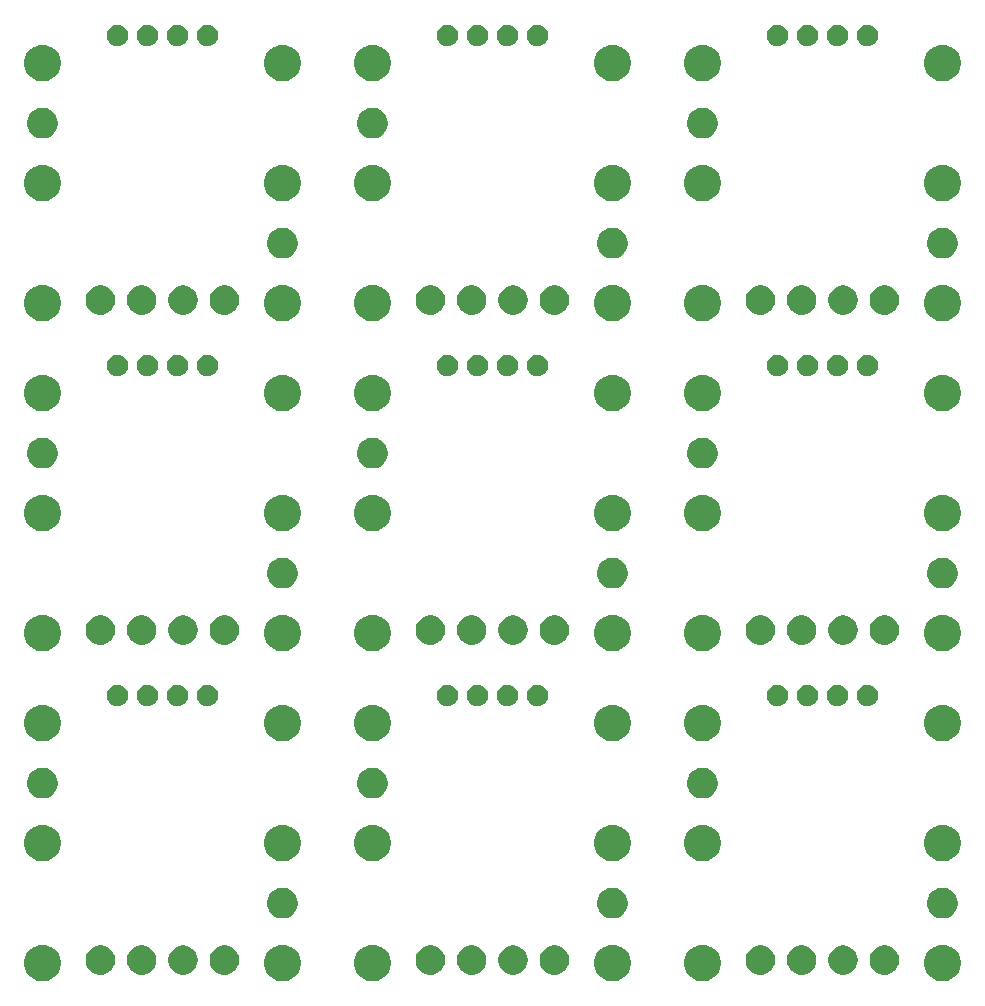
<source format=gbr>
G04 #@! TF.GenerationSoftware,KiCad,Pcbnew,5.1.5-52549c5~86~ubuntu18.04.1*
G04 #@! TF.CreationDate,2020-10-13T14:08:53-05:00*
G04 #@! TF.ProjectId,,58585858-5858-4585-9858-585858585858,rev?*
G04 #@! TF.SameCoordinates,Original*
G04 #@! TF.FileFunction,Soldermask,Bot*
G04 #@! TF.FilePolarity,Negative*
%FSLAX46Y46*%
G04 Gerber Fmt 4.6, Leading zero omitted, Abs format (unit mm)*
G04 Created by KiCad (PCBNEW 5.1.5-52549c5~86~ubuntu18.04.1) date 2020-10-13 14:08:53*
%MOMM*%
%LPD*%
G04 APERTURE LIST*
%ADD10C,0.100000*%
G04 APERTURE END LIST*
D10*
G36*
X163710985Y-128384602D02*
G01*
X163860810Y-128414404D01*
X164143074Y-128531321D01*
X164397105Y-128701059D01*
X164613141Y-128917095D01*
X164782879Y-129171126D01*
X164899796Y-129453390D01*
X164959400Y-129753040D01*
X164959400Y-130058560D01*
X164899796Y-130358210D01*
X164782879Y-130640474D01*
X164613141Y-130894505D01*
X164397105Y-131110541D01*
X164143074Y-131280279D01*
X163860810Y-131397196D01*
X163710985Y-131426998D01*
X163561161Y-131456800D01*
X163255639Y-131456800D01*
X163105815Y-131426998D01*
X162955990Y-131397196D01*
X162673726Y-131280279D01*
X162419695Y-131110541D01*
X162203659Y-130894505D01*
X162033921Y-130640474D01*
X161917004Y-130358210D01*
X161857400Y-130058560D01*
X161857400Y-129753040D01*
X161917004Y-129453390D01*
X162033921Y-129171126D01*
X162203659Y-128917095D01*
X162419695Y-128701059D01*
X162673726Y-128531321D01*
X162955990Y-128414404D01*
X163105815Y-128384602D01*
X163255639Y-128354800D01*
X163561161Y-128354800D01*
X163710985Y-128384602D01*
G37*
G36*
X107830985Y-128384602D02*
G01*
X107980810Y-128414404D01*
X108263074Y-128531321D01*
X108517105Y-128701059D01*
X108733141Y-128917095D01*
X108902879Y-129171126D01*
X109019796Y-129453390D01*
X109079400Y-129753040D01*
X109079400Y-130058560D01*
X109019796Y-130358210D01*
X108902879Y-130640474D01*
X108733141Y-130894505D01*
X108517105Y-131110541D01*
X108263074Y-131280279D01*
X107980810Y-131397196D01*
X107830985Y-131426998D01*
X107681161Y-131456800D01*
X107375639Y-131456800D01*
X107225815Y-131426998D01*
X107075990Y-131397196D01*
X106793726Y-131280279D01*
X106539695Y-131110541D01*
X106323659Y-130894505D01*
X106153921Y-130640474D01*
X106037004Y-130358210D01*
X105977400Y-130058560D01*
X105977400Y-129753040D01*
X106037004Y-129453390D01*
X106153921Y-129171126D01*
X106323659Y-128917095D01*
X106539695Y-128701059D01*
X106793726Y-128531321D01*
X107075990Y-128414404D01*
X107225815Y-128384602D01*
X107375639Y-128354800D01*
X107681161Y-128354800D01*
X107830985Y-128384602D01*
G37*
G36*
X135770985Y-128384602D02*
G01*
X135920810Y-128414404D01*
X136203074Y-128531321D01*
X136457105Y-128701059D01*
X136673141Y-128917095D01*
X136842879Y-129171126D01*
X136959796Y-129453390D01*
X137019400Y-129753040D01*
X137019400Y-130058560D01*
X136959796Y-130358210D01*
X136842879Y-130640474D01*
X136673141Y-130894505D01*
X136457105Y-131110541D01*
X136203074Y-131280279D01*
X135920810Y-131397196D01*
X135770985Y-131426998D01*
X135621161Y-131456800D01*
X135315639Y-131456800D01*
X135165815Y-131426998D01*
X135015990Y-131397196D01*
X134733726Y-131280279D01*
X134479695Y-131110541D01*
X134263659Y-130894505D01*
X134093921Y-130640474D01*
X133977004Y-130358210D01*
X133917400Y-130058560D01*
X133917400Y-129753040D01*
X133977004Y-129453390D01*
X134093921Y-129171126D01*
X134263659Y-128917095D01*
X134479695Y-128701059D01*
X134733726Y-128531321D01*
X135015990Y-128414404D01*
X135165815Y-128384602D01*
X135315639Y-128354800D01*
X135621161Y-128354800D01*
X135770985Y-128384602D01*
G37*
G36*
X87510985Y-128384602D02*
G01*
X87660810Y-128414404D01*
X87943074Y-128531321D01*
X88197105Y-128701059D01*
X88413141Y-128917095D01*
X88582879Y-129171126D01*
X88699796Y-129453390D01*
X88759400Y-129753040D01*
X88759400Y-130058560D01*
X88699796Y-130358210D01*
X88582879Y-130640474D01*
X88413141Y-130894505D01*
X88197105Y-131110541D01*
X87943074Y-131280279D01*
X87660810Y-131397196D01*
X87510985Y-131426998D01*
X87361161Y-131456800D01*
X87055639Y-131456800D01*
X86905815Y-131426998D01*
X86755990Y-131397196D01*
X86473726Y-131280279D01*
X86219695Y-131110541D01*
X86003659Y-130894505D01*
X85833921Y-130640474D01*
X85717004Y-130358210D01*
X85657400Y-130058560D01*
X85657400Y-129753040D01*
X85717004Y-129453390D01*
X85833921Y-129171126D01*
X86003659Y-128917095D01*
X86219695Y-128701059D01*
X86473726Y-128531321D01*
X86755990Y-128414404D01*
X86905815Y-128384602D01*
X87055639Y-128354800D01*
X87361161Y-128354800D01*
X87510985Y-128384602D01*
G37*
G36*
X143390985Y-128384602D02*
G01*
X143540810Y-128414404D01*
X143823074Y-128531321D01*
X144077105Y-128701059D01*
X144293141Y-128917095D01*
X144462879Y-129171126D01*
X144579796Y-129453390D01*
X144639400Y-129753040D01*
X144639400Y-130058560D01*
X144579796Y-130358210D01*
X144462879Y-130640474D01*
X144293141Y-130894505D01*
X144077105Y-131110541D01*
X143823074Y-131280279D01*
X143540810Y-131397196D01*
X143390985Y-131426998D01*
X143241161Y-131456800D01*
X142935639Y-131456800D01*
X142785815Y-131426998D01*
X142635990Y-131397196D01*
X142353726Y-131280279D01*
X142099695Y-131110541D01*
X141883659Y-130894505D01*
X141713921Y-130640474D01*
X141597004Y-130358210D01*
X141537400Y-130058560D01*
X141537400Y-129753040D01*
X141597004Y-129453390D01*
X141713921Y-129171126D01*
X141883659Y-128917095D01*
X142099695Y-128701059D01*
X142353726Y-128531321D01*
X142635990Y-128414404D01*
X142785815Y-128384602D01*
X142935639Y-128354800D01*
X143241161Y-128354800D01*
X143390985Y-128384602D01*
G37*
G36*
X115450985Y-128384602D02*
G01*
X115600810Y-128414404D01*
X115883074Y-128531321D01*
X116137105Y-128701059D01*
X116353141Y-128917095D01*
X116522879Y-129171126D01*
X116639796Y-129453390D01*
X116699400Y-129753040D01*
X116699400Y-130058560D01*
X116639796Y-130358210D01*
X116522879Y-130640474D01*
X116353141Y-130894505D01*
X116137105Y-131110541D01*
X115883074Y-131280279D01*
X115600810Y-131397196D01*
X115450985Y-131426998D01*
X115301161Y-131456800D01*
X114995639Y-131456800D01*
X114845815Y-131426998D01*
X114695990Y-131397196D01*
X114413726Y-131280279D01*
X114159695Y-131110541D01*
X113943659Y-130894505D01*
X113773921Y-130640474D01*
X113657004Y-130358210D01*
X113597400Y-130058560D01*
X113597400Y-129753040D01*
X113657004Y-129453390D01*
X113773921Y-129171126D01*
X113943659Y-128917095D01*
X114159695Y-128701059D01*
X114413726Y-128531321D01*
X114695990Y-128414404D01*
X114845815Y-128384602D01*
X114995639Y-128354800D01*
X115301161Y-128354800D01*
X115450985Y-128384602D01*
G37*
G36*
X92483303Y-128438675D02*
G01*
X92710971Y-128532978D01*
X92915866Y-128669885D01*
X93090115Y-128844134D01*
X93227022Y-129049029D01*
X93321325Y-129276697D01*
X93369400Y-129518387D01*
X93369400Y-129764813D01*
X93321325Y-130006503D01*
X93227022Y-130234171D01*
X93090115Y-130439066D01*
X92915866Y-130613315D01*
X92710971Y-130750222D01*
X92710970Y-130750223D01*
X92710969Y-130750223D01*
X92483303Y-130844525D01*
X92241614Y-130892600D01*
X91995186Y-130892600D01*
X91753497Y-130844525D01*
X91525831Y-130750223D01*
X91525830Y-130750223D01*
X91525829Y-130750222D01*
X91320934Y-130613315D01*
X91146685Y-130439066D01*
X91009778Y-130234171D01*
X90915475Y-130006503D01*
X90867400Y-129764813D01*
X90867400Y-129518387D01*
X90915475Y-129276697D01*
X91009778Y-129049029D01*
X91146685Y-128844134D01*
X91320934Y-128669885D01*
X91525829Y-128532978D01*
X91753497Y-128438675D01*
X91995186Y-128390600D01*
X92241614Y-128390600D01*
X92483303Y-128438675D01*
G37*
G36*
X102983303Y-128438675D02*
G01*
X103210971Y-128532978D01*
X103415866Y-128669885D01*
X103590115Y-128844134D01*
X103727022Y-129049029D01*
X103821325Y-129276697D01*
X103869400Y-129518387D01*
X103869400Y-129764813D01*
X103821325Y-130006503D01*
X103727022Y-130234171D01*
X103590115Y-130439066D01*
X103415866Y-130613315D01*
X103210971Y-130750222D01*
X103210970Y-130750223D01*
X103210969Y-130750223D01*
X102983303Y-130844525D01*
X102741614Y-130892600D01*
X102495186Y-130892600D01*
X102253497Y-130844525D01*
X102025831Y-130750223D01*
X102025830Y-130750223D01*
X102025829Y-130750222D01*
X101820934Y-130613315D01*
X101646685Y-130439066D01*
X101509778Y-130234171D01*
X101415475Y-130006503D01*
X101367400Y-129764813D01*
X101367400Y-129518387D01*
X101415475Y-129276697D01*
X101509778Y-129049029D01*
X101646685Y-128844134D01*
X101820934Y-128669885D01*
X102025829Y-128532978D01*
X102253497Y-128438675D01*
X102495186Y-128390600D01*
X102741614Y-128390600D01*
X102983303Y-128438675D01*
G37*
G36*
X99483303Y-128438675D02*
G01*
X99710971Y-128532978D01*
X99915866Y-128669885D01*
X100090115Y-128844134D01*
X100227022Y-129049029D01*
X100321325Y-129276697D01*
X100369400Y-129518387D01*
X100369400Y-129764813D01*
X100321325Y-130006503D01*
X100227022Y-130234171D01*
X100090115Y-130439066D01*
X99915866Y-130613315D01*
X99710971Y-130750222D01*
X99710970Y-130750223D01*
X99710969Y-130750223D01*
X99483303Y-130844525D01*
X99241614Y-130892600D01*
X98995186Y-130892600D01*
X98753497Y-130844525D01*
X98525831Y-130750223D01*
X98525830Y-130750223D01*
X98525829Y-130750222D01*
X98320934Y-130613315D01*
X98146685Y-130439066D01*
X98009778Y-130234171D01*
X97915475Y-130006503D01*
X97867400Y-129764813D01*
X97867400Y-129518387D01*
X97915475Y-129276697D01*
X98009778Y-129049029D01*
X98146685Y-128844134D01*
X98320934Y-128669885D01*
X98525829Y-128532978D01*
X98753497Y-128438675D01*
X98995186Y-128390600D01*
X99241614Y-128390600D01*
X99483303Y-128438675D01*
G37*
G36*
X95983303Y-128438675D02*
G01*
X96210971Y-128532978D01*
X96415866Y-128669885D01*
X96590115Y-128844134D01*
X96727022Y-129049029D01*
X96821325Y-129276697D01*
X96869400Y-129518387D01*
X96869400Y-129764813D01*
X96821325Y-130006503D01*
X96727022Y-130234171D01*
X96590115Y-130439066D01*
X96415866Y-130613315D01*
X96210971Y-130750222D01*
X96210970Y-130750223D01*
X96210969Y-130750223D01*
X95983303Y-130844525D01*
X95741614Y-130892600D01*
X95495186Y-130892600D01*
X95253497Y-130844525D01*
X95025831Y-130750223D01*
X95025830Y-130750223D01*
X95025829Y-130750222D01*
X94820934Y-130613315D01*
X94646685Y-130439066D01*
X94509778Y-130234171D01*
X94415475Y-130006503D01*
X94367400Y-129764813D01*
X94367400Y-129518387D01*
X94415475Y-129276697D01*
X94509778Y-129049029D01*
X94646685Y-128844134D01*
X94820934Y-128669885D01*
X95025829Y-128532978D01*
X95253497Y-128438675D01*
X95495186Y-128390600D01*
X95741614Y-128390600D01*
X95983303Y-128438675D01*
G37*
G36*
X130923303Y-128438675D02*
G01*
X131150971Y-128532978D01*
X131355866Y-128669885D01*
X131530115Y-128844134D01*
X131667022Y-129049029D01*
X131761325Y-129276697D01*
X131809400Y-129518387D01*
X131809400Y-129764813D01*
X131761325Y-130006503D01*
X131667022Y-130234171D01*
X131530115Y-130439066D01*
X131355866Y-130613315D01*
X131150971Y-130750222D01*
X131150970Y-130750223D01*
X131150969Y-130750223D01*
X130923303Y-130844525D01*
X130681614Y-130892600D01*
X130435186Y-130892600D01*
X130193497Y-130844525D01*
X129965831Y-130750223D01*
X129965830Y-130750223D01*
X129965829Y-130750222D01*
X129760934Y-130613315D01*
X129586685Y-130439066D01*
X129449778Y-130234171D01*
X129355475Y-130006503D01*
X129307400Y-129764813D01*
X129307400Y-129518387D01*
X129355475Y-129276697D01*
X129449778Y-129049029D01*
X129586685Y-128844134D01*
X129760934Y-128669885D01*
X129965829Y-128532978D01*
X130193497Y-128438675D01*
X130435186Y-128390600D01*
X130681614Y-128390600D01*
X130923303Y-128438675D01*
G37*
G36*
X127423303Y-128438675D02*
G01*
X127650971Y-128532978D01*
X127855866Y-128669885D01*
X128030115Y-128844134D01*
X128167022Y-129049029D01*
X128261325Y-129276697D01*
X128309400Y-129518387D01*
X128309400Y-129764813D01*
X128261325Y-130006503D01*
X128167022Y-130234171D01*
X128030115Y-130439066D01*
X127855866Y-130613315D01*
X127650971Y-130750222D01*
X127650970Y-130750223D01*
X127650969Y-130750223D01*
X127423303Y-130844525D01*
X127181614Y-130892600D01*
X126935186Y-130892600D01*
X126693497Y-130844525D01*
X126465831Y-130750223D01*
X126465830Y-130750223D01*
X126465829Y-130750222D01*
X126260934Y-130613315D01*
X126086685Y-130439066D01*
X125949778Y-130234171D01*
X125855475Y-130006503D01*
X125807400Y-129764813D01*
X125807400Y-129518387D01*
X125855475Y-129276697D01*
X125949778Y-129049029D01*
X126086685Y-128844134D01*
X126260934Y-128669885D01*
X126465829Y-128532978D01*
X126693497Y-128438675D01*
X126935186Y-128390600D01*
X127181614Y-128390600D01*
X127423303Y-128438675D01*
G37*
G36*
X123923303Y-128438675D02*
G01*
X124150971Y-128532978D01*
X124355866Y-128669885D01*
X124530115Y-128844134D01*
X124667022Y-129049029D01*
X124761325Y-129276697D01*
X124809400Y-129518387D01*
X124809400Y-129764813D01*
X124761325Y-130006503D01*
X124667022Y-130234171D01*
X124530115Y-130439066D01*
X124355866Y-130613315D01*
X124150971Y-130750222D01*
X124150970Y-130750223D01*
X124150969Y-130750223D01*
X123923303Y-130844525D01*
X123681614Y-130892600D01*
X123435186Y-130892600D01*
X123193497Y-130844525D01*
X122965831Y-130750223D01*
X122965830Y-130750223D01*
X122965829Y-130750222D01*
X122760934Y-130613315D01*
X122586685Y-130439066D01*
X122449778Y-130234171D01*
X122355475Y-130006503D01*
X122307400Y-129764813D01*
X122307400Y-129518387D01*
X122355475Y-129276697D01*
X122449778Y-129049029D01*
X122586685Y-128844134D01*
X122760934Y-128669885D01*
X122965829Y-128532978D01*
X123193497Y-128438675D01*
X123435186Y-128390600D01*
X123681614Y-128390600D01*
X123923303Y-128438675D01*
G37*
G36*
X120423303Y-128438675D02*
G01*
X120650971Y-128532978D01*
X120855866Y-128669885D01*
X121030115Y-128844134D01*
X121167022Y-129049029D01*
X121261325Y-129276697D01*
X121309400Y-129518387D01*
X121309400Y-129764813D01*
X121261325Y-130006503D01*
X121167022Y-130234171D01*
X121030115Y-130439066D01*
X120855866Y-130613315D01*
X120650971Y-130750222D01*
X120650970Y-130750223D01*
X120650969Y-130750223D01*
X120423303Y-130844525D01*
X120181614Y-130892600D01*
X119935186Y-130892600D01*
X119693497Y-130844525D01*
X119465831Y-130750223D01*
X119465830Y-130750223D01*
X119465829Y-130750222D01*
X119260934Y-130613315D01*
X119086685Y-130439066D01*
X118949778Y-130234171D01*
X118855475Y-130006503D01*
X118807400Y-129764813D01*
X118807400Y-129518387D01*
X118855475Y-129276697D01*
X118949778Y-129049029D01*
X119086685Y-128844134D01*
X119260934Y-128669885D01*
X119465829Y-128532978D01*
X119693497Y-128438675D01*
X119935186Y-128390600D01*
X120181614Y-128390600D01*
X120423303Y-128438675D01*
G37*
G36*
X158863303Y-128438675D02*
G01*
X159090971Y-128532978D01*
X159295866Y-128669885D01*
X159470115Y-128844134D01*
X159607022Y-129049029D01*
X159701325Y-129276697D01*
X159749400Y-129518387D01*
X159749400Y-129764813D01*
X159701325Y-130006503D01*
X159607022Y-130234171D01*
X159470115Y-130439066D01*
X159295866Y-130613315D01*
X159090971Y-130750222D01*
X159090970Y-130750223D01*
X159090969Y-130750223D01*
X158863303Y-130844525D01*
X158621614Y-130892600D01*
X158375186Y-130892600D01*
X158133497Y-130844525D01*
X157905831Y-130750223D01*
X157905830Y-130750223D01*
X157905829Y-130750222D01*
X157700934Y-130613315D01*
X157526685Y-130439066D01*
X157389778Y-130234171D01*
X157295475Y-130006503D01*
X157247400Y-129764813D01*
X157247400Y-129518387D01*
X157295475Y-129276697D01*
X157389778Y-129049029D01*
X157526685Y-128844134D01*
X157700934Y-128669885D01*
X157905829Y-128532978D01*
X158133497Y-128438675D01*
X158375186Y-128390600D01*
X158621614Y-128390600D01*
X158863303Y-128438675D01*
G37*
G36*
X155363303Y-128438675D02*
G01*
X155590971Y-128532978D01*
X155795866Y-128669885D01*
X155970115Y-128844134D01*
X156107022Y-129049029D01*
X156201325Y-129276697D01*
X156249400Y-129518387D01*
X156249400Y-129764813D01*
X156201325Y-130006503D01*
X156107022Y-130234171D01*
X155970115Y-130439066D01*
X155795866Y-130613315D01*
X155590971Y-130750222D01*
X155590970Y-130750223D01*
X155590969Y-130750223D01*
X155363303Y-130844525D01*
X155121614Y-130892600D01*
X154875186Y-130892600D01*
X154633497Y-130844525D01*
X154405831Y-130750223D01*
X154405830Y-130750223D01*
X154405829Y-130750222D01*
X154200934Y-130613315D01*
X154026685Y-130439066D01*
X153889778Y-130234171D01*
X153795475Y-130006503D01*
X153747400Y-129764813D01*
X153747400Y-129518387D01*
X153795475Y-129276697D01*
X153889778Y-129049029D01*
X154026685Y-128844134D01*
X154200934Y-128669885D01*
X154405829Y-128532978D01*
X154633497Y-128438675D01*
X154875186Y-128390600D01*
X155121614Y-128390600D01*
X155363303Y-128438675D01*
G37*
G36*
X151863303Y-128438675D02*
G01*
X152090971Y-128532978D01*
X152295866Y-128669885D01*
X152470115Y-128844134D01*
X152607022Y-129049029D01*
X152701325Y-129276697D01*
X152749400Y-129518387D01*
X152749400Y-129764813D01*
X152701325Y-130006503D01*
X152607022Y-130234171D01*
X152470115Y-130439066D01*
X152295866Y-130613315D01*
X152090971Y-130750222D01*
X152090970Y-130750223D01*
X152090969Y-130750223D01*
X151863303Y-130844525D01*
X151621614Y-130892600D01*
X151375186Y-130892600D01*
X151133497Y-130844525D01*
X150905831Y-130750223D01*
X150905830Y-130750223D01*
X150905829Y-130750222D01*
X150700934Y-130613315D01*
X150526685Y-130439066D01*
X150389778Y-130234171D01*
X150295475Y-130006503D01*
X150247400Y-129764813D01*
X150247400Y-129518387D01*
X150295475Y-129276697D01*
X150389778Y-129049029D01*
X150526685Y-128844134D01*
X150700934Y-128669885D01*
X150905829Y-128532978D01*
X151133497Y-128438675D01*
X151375186Y-128390600D01*
X151621614Y-128390600D01*
X151863303Y-128438675D01*
G37*
G36*
X148363303Y-128438675D02*
G01*
X148590971Y-128532978D01*
X148795866Y-128669885D01*
X148970115Y-128844134D01*
X149107022Y-129049029D01*
X149201325Y-129276697D01*
X149249400Y-129518387D01*
X149249400Y-129764813D01*
X149201325Y-130006503D01*
X149107022Y-130234171D01*
X148970115Y-130439066D01*
X148795866Y-130613315D01*
X148590971Y-130750222D01*
X148590970Y-130750223D01*
X148590969Y-130750223D01*
X148363303Y-130844525D01*
X148121614Y-130892600D01*
X147875186Y-130892600D01*
X147633497Y-130844525D01*
X147405831Y-130750223D01*
X147405830Y-130750223D01*
X147405829Y-130750222D01*
X147200934Y-130613315D01*
X147026685Y-130439066D01*
X146889778Y-130234171D01*
X146795475Y-130006503D01*
X146747400Y-129764813D01*
X146747400Y-129518387D01*
X146795475Y-129276697D01*
X146889778Y-129049029D01*
X147026685Y-128844134D01*
X147200934Y-128669885D01*
X147405829Y-128532978D01*
X147633497Y-128438675D01*
X147875186Y-128390600D01*
X148121614Y-128390600D01*
X148363303Y-128438675D01*
G37*
G36*
X163787793Y-123575104D02*
G01*
X164024501Y-123673152D01*
X164024503Y-123673153D01*
X164237535Y-123815496D01*
X164418704Y-123996665D01*
X164561047Y-124209697D01*
X164561048Y-124209699D01*
X164659096Y-124446407D01*
X164709080Y-124697693D01*
X164709080Y-124953907D01*
X164659096Y-125205193D01*
X164561048Y-125441901D01*
X164561047Y-125441903D01*
X164418704Y-125654935D01*
X164237535Y-125836104D01*
X164024503Y-125978447D01*
X164024502Y-125978448D01*
X164024501Y-125978448D01*
X163787793Y-126076496D01*
X163536507Y-126126480D01*
X163280293Y-126126480D01*
X163029007Y-126076496D01*
X162792299Y-125978448D01*
X162792298Y-125978448D01*
X162792297Y-125978447D01*
X162579265Y-125836104D01*
X162398096Y-125654935D01*
X162255753Y-125441903D01*
X162255752Y-125441901D01*
X162157704Y-125205193D01*
X162107720Y-124953907D01*
X162107720Y-124697693D01*
X162157704Y-124446407D01*
X162255752Y-124209699D01*
X162255753Y-124209697D01*
X162398096Y-123996665D01*
X162579265Y-123815496D01*
X162792297Y-123673153D01*
X162792299Y-123673152D01*
X163029007Y-123575104D01*
X163280293Y-123525120D01*
X163536507Y-123525120D01*
X163787793Y-123575104D01*
G37*
G36*
X135847793Y-123575104D02*
G01*
X136084501Y-123673152D01*
X136084503Y-123673153D01*
X136297535Y-123815496D01*
X136478704Y-123996665D01*
X136621047Y-124209697D01*
X136621048Y-124209699D01*
X136719096Y-124446407D01*
X136769080Y-124697693D01*
X136769080Y-124953907D01*
X136719096Y-125205193D01*
X136621048Y-125441901D01*
X136621047Y-125441903D01*
X136478704Y-125654935D01*
X136297535Y-125836104D01*
X136084503Y-125978447D01*
X136084502Y-125978448D01*
X136084501Y-125978448D01*
X135847793Y-126076496D01*
X135596507Y-126126480D01*
X135340293Y-126126480D01*
X135089007Y-126076496D01*
X134852299Y-125978448D01*
X134852298Y-125978448D01*
X134852297Y-125978447D01*
X134639265Y-125836104D01*
X134458096Y-125654935D01*
X134315753Y-125441903D01*
X134315752Y-125441901D01*
X134217704Y-125205193D01*
X134167720Y-124953907D01*
X134167720Y-124697693D01*
X134217704Y-124446407D01*
X134315752Y-124209699D01*
X134315753Y-124209697D01*
X134458096Y-123996665D01*
X134639265Y-123815496D01*
X134852297Y-123673153D01*
X134852299Y-123673152D01*
X135089007Y-123575104D01*
X135340293Y-123525120D01*
X135596507Y-123525120D01*
X135847793Y-123575104D01*
G37*
G36*
X107907793Y-123575104D02*
G01*
X108144501Y-123673152D01*
X108144503Y-123673153D01*
X108357535Y-123815496D01*
X108538704Y-123996665D01*
X108681047Y-124209697D01*
X108681048Y-124209699D01*
X108779096Y-124446407D01*
X108829080Y-124697693D01*
X108829080Y-124953907D01*
X108779096Y-125205193D01*
X108681048Y-125441901D01*
X108681047Y-125441903D01*
X108538704Y-125654935D01*
X108357535Y-125836104D01*
X108144503Y-125978447D01*
X108144502Y-125978448D01*
X108144501Y-125978448D01*
X107907793Y-126076496D01*
X107656507Y-126126480D01*
X107400293Y-126126480D01*
X107149007Y-126076496D01*
X106912299Y-125978448D01*
X106912298Y-125978448D01*
X106912297Y-125978447D01*
X106699265Y-125836104D01*
X106518096Y-125654935D01*
X106375753Y-125441903D01*
X106375752Y-125441901D01*
X106277704Y-125205193D01*
X106227720Y-124953907D01*
X106227720Y-124697693D01*
X106277704Y-124446407D01*
X106375752Y-124209699D01*
X106375753Y-124209697D01*
X106518096Y-123996665D01*
X106699265Y-123815496D01*
X106912297Y-123673153D01*
X106912299Y-123673152D01*
X107149007Y-123575104D01*
X107400293Y-123525120D01*
X107656507Y-123525120D01*
X107907793Y-123575104D01*
G37*
G36*
X143390985Y-118224602D02*
G01*
X143540810Y-118254404D01*
X143823074Y-118371321D01*
X144077105Y-118541059D01*
X144293141Y-118757095D01*
X144462879Y-119011126D01*
X144579796Y-119293390D01*
X144639400Y-119593040D01*
X144639400Y-119898560D01*
X144579796Y-120198210D01*
X144462879Y-120480474D01*
X144293141Y-120734505D01*
X144077105Y-120950541D01*
X143823074Y-121120279D01*
X143540810Y-121237196D01*
X143390985Y-121266998D01*
X143241161Y-121296800D01*
X142935639Y-121296800D01*
X142785815Y-121266998D01*
X142635990Y-121237196D01*
X142353726Y-121120279D01*
X142099695Y-120950541D01*
X141883659Y-120734505D01*
X141713921Y-120480474D01*
X141597004Y-120198210D01*
X141537400Y-119898560D01*
X141537400Y-119593040D01*
X141597004Y-119293390D01*
X141713921Y-119011126D01*
X141883659Y-118757095D01*
X142099695Y-118541059D01*
X142353726Y-118371321D01*
X142635990Y-118254404D01*
X142785815Y-118224602D01*
X142935639Y-118194800D01*
X143241161Y-118194800D01*
X143390985Y-118224602D01*
G37*
G36*
X163710985Y-118224602D02*
G01*
X163860810Y-118254404D01*
X164143074Y-118371321D01*
X164397105Y-118541059D01*
X164613141Y-118757095D01*
X164782879Y-119011126D01*
X164899796Y-119293390D01*
X164959400Y-119593040D01*
X164959400Y-119898560D01*
X164899796Y-120198210D01*
X164782879Y-120480474D01*
X164613141Y-120734505D01*
X164397105Y-120950541D01*
X164143074Y-121120279D01*
X163860810Y-121237196D01*
X163710985Y-121266998D01*
X163561161Y-121296800D01*
X163255639Y-121296800D01*
X163105815Y-121266998D01*
X162955990Y-121237196D01*
X162673726Y-121120279D01*
X162419695Y-120950541D01*
X162203659Y-120734505D01*
X162033921Y-120480474D01*
X161917004Y-120198210D01*
X161857400Y-119898560D01*
X161857400Y-119593040D01*
X161917004Y-119293390D01*
X162033921Y-119011126D01*
X162203659Y-118757095D01*
X162419695Y-118541059D01*
X162673726Y-118371321D01*
X162955990Y-118254404D01*
X163105815Y-118224602D01*
X163255639Y-118194800D01*
X163561161Y-118194800D01*
X163710985Y-118224602D01*
G37*
G36*
X135770985Y-118224602D02*
G01*
X135920810Y-118254404D01*
X136203074Y-118371321D01*
X136457105Y-118541059D01*
X136673141Y-118757095D01*
X136842879Y-119011126D01*
X136959796Y-119293390D01*
X137019400Y-119593040D01*
X137019400Y-119898560D01*
X136959796Y-120198210D01*
X136842879Y-120480474D01*
X136673141Y-120734505D01*
X136457105Y-120950541D01*
X136203074Y-121120279D01*
X135920810Y-121237196D01*
X135770985Y-121266998D01*
X135621161Y-121296800D01*
X135315639Y-121296800D01*
X135165815Y-121266998D01*
X135015990Y-121237196D01*
X134733726Y-121120279D01*
X134479695Y-120950541D01*
X134263659Y-120734505D01*
X134093921Y-120480474D01*
X133977004Y-120198210D01*
X133917400Y-119898560D01*
X133917400Y-119593040D01*
X133977004Y-119293390D01*
X134093921Y-119011126D01*
X134263659Y-118757095D01*
X134479695Y-118541059D01*
X134733726Y-118371321D01*
X135015990Y-118254404D01*
X135165815Y-118224602D01*
X135315639Y-118194800D01*
X135621161Y-118194800D01*
X135770985Y-118224602D01*
G37*
G36*
X107830985Y-118224602D02*
G01*
X107980810Y-118254404D01*
X108263074Y-118371321D01*
X108517105Y-118541059D01*
X108733141Y-118757095D01*
X108902879Y-119011126D01*
X109019796Y-119293390D01*
X109079400Y-119593040D01*
X109079400Y-119898560D01*
X109019796Y-120198210D01*
X108902879Y-120480474D01*
X108733141Y-120734505D01*
X108517105Y-120950541D01*
X108263074Y-121120279D01*
X107980810Y-121237196D01*
X107830985Y-121266998D01*
X107681161Y-121296800D01*
X107375639Y-121296800D01*
X107225815Y-121266998D01*
X107075990Y-121237196D01*
X106793726Y-121120279D01*
X106539695Y-120950541D01*
X106323659Y-120734505D01*
X106153921Y-120480474D01*
X106037004Y-120198210D01*
X105977400Y-119898560D01*
X105977400Y-119593040D01*
X106037004Y-119293390D01*
X106153921Y-119011126D01*
X106323659Y-118757095D01*
X106539695Y-118541059D01*
X106793726Y-118371321D01*
X107075990Y-118254404D01*
X107225815Y-118224602D01*
X107375639Y-118194800D01*
X107681161Y-118194800D01*
X107830985Y-118224602D01*
G37*
G36*
X115450985Y-118224602D02*
G01*
X115600810Y-118254404D01*
X115883074Y-118371321D01*
X116137105Y-118541059D01*
X116353141Y-118757095D01*
X116522879Y-119011126D01*
X116639796Y-119293390D01*
X116699400Y-119593040D01*
X116699400Y-119898560D01*
X116639796Y-120198210D01*
X116522879Y-120480474D01*
X116353141Y-120734505D01*
X116137105Y-120950541D01*
X115883074Y-121120279D01*
X115600810Y-121237196D01*
X115450985Y-121266998D01*
X115301161Y-121296800D01*
X114995639Y-121296800D01*
X114845815Y-121266998D01*
X114695990Y-121237196D01*
X114413726Y-121120279D01*
X114159695Y-120950541D01*
X113943659Y-120734505D01*
X113773921Y-120480474D01*
X113657004Y-120198210D01*
X113597400Y-119898560D01*
X113597400Y-119593040D01*
X113657004Y-119293390D01*
X113773921Y-119011126D01*
X113943659Y-118757095D01*
X114159695Y-118541059D01*
X114413726Y-118371321D01*
X114695990Y-118254404D01*
X114845815Y-118224602D01*
X114995639Y-118194800D01*
X115301161Y-118194800D01*
X115450985Y-118224602D01*
G37*
G36*
X87510985Y-118224602D02*
G01*
X87660810Y-118254404D01*
X87943074Y-118371321D01*
X88197105Y-118541059D01*
X88413141Y-118757095D01*
X88582879Y-119011126D01*
X88699796Y-119293390D01*
X88759400Y-119593040D01*
X88759400Y-119898560D01*
X88699796Y-120198210D01*
X88582879Y-120480474D01*
X88413141Y-120734505D01*
X88197105Y-120950541D01*
X87943074Y-121120279D01*
X87660810Y-121237196D01*
X87510985Y-121266998D01*
X87361161Y-121296800D01*
X87055639Y-121296800D01*
X86905815Y-121266998D01*
X86755990Y-121237196D01*
X86473726Y-121120279D01*
X86219695Y-120950541D01*
X86003659Y-120734505D01*
X85833921Y-120480474D01*
X85717004Y-120198210D01*
X85657400Y-119898560D01*
X85657400Y-119593040D01*
X85717004Y-119293390D01*
X85833921Y-119011126D01*
X86003659Y-118757095D01*
X86219695Y-118541059D01*
X86473726Y-118371321D01*
X86755990Y-118254404D01*
X86905815Y-118224602D01*
X87055639Y-118194800D01*
X87361161Y-118194800D01*
X87510985Y-118224602D01*
G37*
G36*
X87587793Y-113415104D02*
G01*
X87824501Y-113513152D01*
X87824503Y-113513153D01*
X88037535Y-113655496D01*
X88218704Y-113836665D01*
X88361047Y-114049697D01*
X88361048Y-114049699D01*
X88459096Y-114286407D01*
X88509080Y-114537693D01*
X88509080Y-114793907D01*
X88459096Y-115045193D01*
X88361048Y-115281901D01*
X88361047Y-115281903D01*
X88218704Y-115494935D01*
X88037535Y-115676104D01*
X87824503Y-115818447D01*
X87824502Y-115818448D01*
X87824501Y-115818448D01*
X87587793Y-115916496D01*
X87336507Y-115966480D01*
X87080293Y-115966480D01*
X86829007Y-115916496D01*
X86592299Y-115818448D01*
X86592298Y-115818448D01*
X86592297Y-115818447D01*
X86379265Y-115676104D01*
X86198096Y-115494935D01*
X86055753Y-115281903D01*
X86055752Y-115281901D01*
X85957704Y-115045193D01*
X85907720Y-114793907D01*
X85907720Y-114537693D01*
X85957704Y-114286407D01*
X86055752Y-114049699D01*
X86055753Y-114049697D01*
X86198096Y-113836665D01*
X86379265Y-113655496D01*
X86592297Y-113513153D01*
X86592299Y-113513152D01*
X86829007Y-113415104D01*
X87080293Y-113365120D01*
X87336507Y-113365120D01*
X87587793Y-113415104D01*
G37*
G36*
X115527793Y-113415104D02*
G01*
X115764501Y-113513152D01*
X115764503Y-113513153D01*
X115977535Y-113655496D01*
X116158704Y-113836665D01*
X116301047Y-114049697D01*
X116301048Y-114049699D01*
X116399096Y-114286407D01*
X116449080Y-114537693D01*
X116449080Y-114793907D01*
X116399096Y-115045193D01*
X116301048Y-115281901D01*
X116301047Y-115281903D01*
X116158704Y-115494935D01*
X115977535Y-115676104D01*
X115764503Y-115818447D01*
X115764502Y-115818448D01*
X115764501Y-115818448D01*
X115527793Y-115916496D01*
X115276507Y-115966480D01*
X115020293Y-115966480D01*
X114769007Y-115916496D01*
X114532299Y-115818448D01*
X114532298Y-115818448D01*
X114532297Y-115818447D01*
X114319265Y-115676104D01*
X114138096Y-115494935D01*
X113995753Y-115281903D01*
X113995752Y-115281901D01*
X113897704Y-115045193D01*
X113847720Y-114793907D01*
X113847720Y-114537693D01*
X113897704Y-114286407D01*
X113995752Y-114049699D01*
X113995753Y-114049697D01*
X114138096Y-113836665D01*
X114319265Y-113655496D01*
X114532297Y-113513153D01*
X114532299Y-113513152D01*
X114769007Y-113415104D01*
X115020293Y-113365120D01*
X115276507Y-113365120D01*
X115527793Y-113415104D01*
G37*
G36*
X143467793Y-113415104D02*
G01*
X143704501Y-113513152D01*
X143704503Y-113513153D01*
X143917535Y-113655496D01*
X144098704Y-113836665D01*
X144241047Y-114049697D01*
X144241048Y-114049699D01*
X144339096Y-114286407D01*
X144389080Y-114537693D01*
X144389080Y-114793907D01*
X144339096Y-115045193D01*
X144241048Y-115281901D01*
X144241047Y-115281903D01*
X144098704Y-115494935D01*
X143917535Y-115676104D01*
X143704503Y-115818447D01*
X143704502Y-115818448D01*
X143704501Y-115818448D01*
X143467793Y-115916496D01*
X143216507Y-115966480D01*
X142960293Y-115966480D01*
X142709007Y-115916496D01*
X142472299Y-115818448D01*
X142472298Y-115818448D01*
X142472297Y-115818447D01*
X142259265Y-115676104D01*
X142078096Y-115494935D01*
X141935753Y-115281903D01*
X141935752Y-115281901D01*
X141837704Y-115045193D01*
X141787720Y-114793907D01*
X141787720Y-114537693D01*
X141837704Y-114286407D01*
X141935752Y-114049699D01*
X141935753Y-114049697D01*
X142078096Y-113836665D01*
X142259265Y-113655496D01*
X142472297Y-113513153D01*
X142472299Y-113513152D01*
X142709007Y-113415104D01*
X142960293Y-113365120D01*
X143216507Y-113365120D01*
X143467793Y-113415104D01*
G37*
G36*
X135770985Y-108064602D02*
G01*
X135920810Y-108094404D01*
X136203074Y-108211321D01*
X136457105Y-108381059D01*
X136673141Y-108597095D01*
X136842879Y-108851126D01*
X136959796Y-109133390D01*
X137019400Y-109433040D01*
X137019400Y-109738560D01*
X136959796Y-110038210D01*
X136842879Y-110320474D01*
X136673141Y-110574505D01*
X136457105Y-110790541D01*
X136203074Y-110960279D01*
X135920810Y-111077196D01*
X135770985Y-111106998D01*
X135621161Y-111136800D01*
X135315639Y-111136800D01*
X135165815Y-111106998D01*
X135015990Y-111077196D01*
X134733726Y-110960279D01*
X134479695Y-110790541D01*
X134263659Y-110574505D01*
X134093921Y-110320474D01*
X133977004Y-110038210D01*
X133917400Y-109738560D01*
X133917400Y-109433040D01*
X133977004Y-109133390D01*
X134093921Y-108851126D01*
X134263659Y-108597095D01*
X134479695Y-108381059D01*
X134733726Y-108211321D01*
X135015990Y-108094404D01*
X135165815Y-108064602D01*
X135315639Y-108034800D01*
X135621161Y-108034800D01*
X135770985Y-108064602D01*
G37*
G36*
X163710985Y-108064602D02*
G01*
X163860810Y-108094404D01*
X164143074Y-108211321D01*
X164397105Y-108381059D01*
X164613141Y-108597095D01*
X164782879Y-108851126D01*
X164899796Y-109133390D01*
X164959400Y-109433040D01*
X164959400Y-109738560D01*
X164899796Y-110038210D01*
X164782879Y-110320474D01*
X164613141Y-110574505D01*
X164397105Y-110790541D01*
X164143074Y-110960279D01*
X163860810Y-111077196D01*
X163710985Y-111106998D01*
X163561161Y-111136800D01*
X163255639Y-111136800D01*
X163105815Y-111106998D01*
X162955990Y-111077196D01*
X162673726Y-110960279D01*
X162419695Y-110790541D01*
X162203659Y-110574505D01*
X162033921Y-110320474D01*
X161917004Y-110038210D01*
X161857400Y-109738560D01*
X161857400Y-109433040D01*
X161917004Y-109133390D01*
X162033921Y-108851126D01*
X162203659Y-108597095D01*
X162419695Y-108381059D01*
X162673726Y-108211321D01*
X162955990Y-108094404D01*
X163105815Y-108064602D01*
X163255639Y-108034800D01*
X163561161Y-108034800D01*
X163710985Y-108064602D01*
G37*
G36*
X143390985Y-108064602D02*
G01*
X143540810Y-108094404D01*
X143823074Y-108211321D01*
X144077105Y-108381059D01*
X144293141Y-108597095D01*
X144462879Y-108851126D01*
X144579796Y-109133390D01*
X144639400Y-109433040D01*
X144639400Y-109738560D01*
X144579796Y-110038210D01*
X144462879Y-110320474D01*
X144293141Y-110574505D01*
X144077105Y-110790541D01*
X143823074Y-110960279D01*
X143540810Y-111077196D01*
X143390985Y-111106998D01*
X143241161Y-111136800D01*
X142935639Y-111136800D01*
X142785815Y-111106998D01*
X142635990Y-111077196D01*
X142353726Y-110960279D01*
X142099695Y-110790541D01*
X141883659Y-110574505D01*
X141713921Y-110320474D01*
X141597004Y-110038210D01*
X141537400Y-109738560D01*
X141537400Y-109433040D01*
X141597004Y-109133390D01*
X141713921Y-108851126D01*
X141883659Y-108597095D01*
X142099695Y-108381059D01*
X142353726Y-108211321D01*
X142635990Y-108094404D01*
X142785815Y-108064602D01*
X142935639Y-108034800D01*
X143241161Y-108034800D01*
X143390985Y-108064602D01*
G37*
G36*
X115450985Y-108064602D02*
G01*
X115600810Y-108094404D01*
X115883074Y-108211321D01*
X116137105Y-108381059D01*
X116353141Y-108597095D01*
X116522879Y-108851126D01*
X116639796Y-109133390D01*
X116699400Y-109433040D01*
X116699400Y-109738560D01*
X116639796Y-110038210D01*
X116522879Y-110320474D01*
X116353141Y-110574505D01*
X116137105Y-110790541D01*
X115883074Y-110960279D01*
X115600810Y-111077196D01*
X115450985Y-111106998D01*
X115301161Y-111136800D01*
X114995639Y-111136800D01*
X114845815Y-111106998D01*
X114695990Y-111077196D01*
X114413726Y-110960279D01*
X114159695Y-110790541D01*
X113943659Y-110574505D01*
X113773921Y-110320474D01*
X113657004Y-110038210D01*
X113597400Y-109738560D01*
X113597400Y-109433040D01*
X113657004Y-109133390D01*
X113773921Y-108851126D01*
X113943659Y-108597095D01*
X114159695Y-108381059D01*
X114413726Y-108211321D01*
X114695990Y-108094404D01*
X114845815Y-108064602D01*
X114995639Y-108034800D01*
X115301161Y-108034800D01*
X115450985Y-108064602D01*
G37*
G36*
X107830985Y-108064602D02*
G01*
X107980810Y-108094404D01*
X108263074Y-108211321D01*
X108517105Y-108381059D01*
X108733141Y-108597095D01*
X108902879Y-108851126D01*
X109019796Y-109133390D01*
X109079400Y-109433040D01*
X109079400Y-109738560D01*
X109019796Y-110038210D01*
X108902879Y-110320474D01*
X108733141Y-110574505D01*
X108517105Y-110790541D01*
X108263074Y-110960279D01*
X107980810Y-111077196D01*
X107830985Y-111106998D01*
X107681161Y-111136800D01*
X107375639Y-111136800D01*
X107225815Y-111106998D01*
X107075990Y-111077196D01*
X106793726Y-110960279D01*
X106539695Y-110790541D01*
X106323659Y-110574505D01*
X106153921Y-110320474D01*
X106037004Y-110038210D01*
X105977400Y-109738560D01*
X105977400Y-109433040D01*
X106037004Y-109133390D01*
X106153921Y-108851126D01*
X106323659Y-108597095D01*
X106539695Y-108381059D01*
X106793726Y-108211321D01*
X107075990Y-108094404D01*
X107225815Y-108064602D01*
X107375639Y-108034800D01*
X107681161Y-108034800D01*
X107830985Y-108064602D01*
G37*
G36*
X87510985Y-108064602D02*
G01*
X87660810Y-108094404D01*
X87943074Y-108211321D01*
X88197105Y-108381059D01*
X88413141Y-108597095D01*
X88582879Y-108851126D01*
X88699796Y-109133390D01*
X88759400Y-109433040D01*
X88759400Y-109738560D01*
X88699796Y-110038210D01*
X88582879Y-110320474D01*
X88413141Y-110574505D01*
X88197105Y-110790541D01*
X87943074Y-110960279D01*
X87660810Y-111077196D01*
X87510985Y-111106998D01*
X87361161Y-111136800D01*
X87055639Y-111136800D01*
X86905815Y-111106998D01*
X86755990Y-111077196D01*
X86473726Y-110960279D01*
X86219695Y-110790541D01*
X86003659Y-110574505D01*
X85833921Y-110320474D01*
X85717004Y-110038210D01*
X85657400Y-109738560D01*
X85657400Y-109433040D01*
X85717004Y-109133390D01*
X85833921Y-108851126D01*
X86003659Y-108597095D01*
X86219695Y-108381059D01*
X86473726Y-108211321D01*
X86755990Y-108094404D01*
X86905815Y-108064602D01*
X87055639Y-108034800D01*
X87361161Y-108034800D01*
X87510985Y-108064602D01*
G37*
G36*
X101291912Y-106342727D02*
G01*
X101441212Y-106372424D01*
X101605184Y-106440344D01*
X101752754Y-106538947D01*
X101878253Y-106664446D01*
X101976856Y-106812016D01*
X102044776Y-106975988D01*
X102079400Y-107150059D01*
X102079400Y-107327541D01*
X102044776Y-107501612D01*
X101976856Y-107665584D01*
X101878253Y-107813154D01*
X101752754Y-107938653D01*
X101605184Y-108037256D01*
X101441212Y-108105176D01*
X101291912Y-108134873D01*
X101267142Y-108139800D01*
X101089658Y-108139800D01*
X101064888Y-108134873D01*
X100915588Y-108105176D01*
X100751616Y-108037256D01*
X100604046Y-107938653D01*
X100478547Y-107813154D01*
X100379944Y-107665584D01*
X100312024Y-107501612D01*
X100277400Y-107327541D01*
X100277400Y-107150059D01*
X100312024Y-106975988D01*
X100379944Y-106812016D01*
X100478547Y-106664446D01*
X100604046Y-106538947D01*
X100751616Y-106440344D01*
X100915588Y-106372424D01*
X101064888Y-106342727D01*
X101089658Y-106337800D01*
X101267142Y-106337800D01*
X101291912Y-106342727D01*
G37*
G36*
X98751912Y-106342727D02*
G01*
X98901212Y-106372424D01*
X99065184Y-106440344D01*
X99212754Y-106538947D01*
X99338253Y-106664446D01*
X99436856Y-106812016D01*
X99504776Y-106975988D01*
X99539400Y-107150059D01*
X99539400Y-107327541D01*
X99504776Y-107501612D01*
X99436856Y-107665584D01*
X99338253Y-107813154D01*
X99212754Y-107938653D01*
X99065184Y-108037256D01*
X98901212Y-108105176D01*
X98751912Y-108134873D01*
X98727142Y-108139800D01*
X98549658Y-108139800D01*
X98524888Y-108134873D01*
X98375588Y-108105176D01*
X98211616Y-108037256D01*
X98064046Y-107938653D01*
X97938547Y-107813154D01*
X97839944Y-107665584D01*
X97772024Y-107501612D01*
X97737400Y-107327541D01*
X97737400Y-107150059D01*
X97772024Y-106975988D01*
X97839944Y-106812016D01*
X97938547Y-106664446D01*
X98064046Y-106538947D01*
X98211616Y-106440344D01*
X98375588Y-106372424D01*
X98524888Y-106342727D01*
X98549658Y-106337800D01*
X98727142Y-106337800D01*
X98751912Y-106342727D01*
G37*
G36*
X96211912Y-106342727D02*
G01*
X96361212Y-106372424D01*
X96525184Y-106440344D01*
X96672754Y-106538947D01*
X96798253Y-106664446D01*
X96896856Y-106812016D01*
X96964776Y-106975988D01*
X96999400Y-107150059D01*
X96999400Y-107327541D01*
X96964776Y-107501612D01*
X96896856Y-107665584D01*
X96798253Y-107813154D01*
X96672754Y-107938653D01*
X96525184Y-108037256D01*
X96361212Y-108105176D01*
X96211912Y-108134873D01*
X96187142Y-108139800D01*
X96009658Y-108139800D01*
X95984888Y-108134873D01*
X95835588Y-108105176D01*
X95671616Y-108037256D01*
X95524046Y-107938653D01*
X95398547Y-107813154D01*
X95299944Y-107665584D01*
X95232024Y-107501612D01*
X95197400Y-107327541D01*
X95197400Y-107150059D01*
X95232024Y-106975988D01*
X95299944Y-106812016D01*
X95398547Y-106664446D01*
X95524046Y-106538947D01*
X95671616Y-106440344D01*
X95835588Y-106372424D01*
X95984888Y-106342727D01*
X96009658Y-106337800D01*
X96187142Y-106337800D01*
X96211912Y-106342727D01*
G37*
G36*
X157171912Y-106342727D02*
G01*
X157321212Y-106372424D01*
X157485184Y-106440344D01*
X157632754Y-106538947D01*
X157758253Y-106664446D01*
X157856856Y-106812016D01*
X157924776Y-106975988D01*
X157959400Y-107150059D01*
X157959400Y-107327541D01*
X157924776Y-107501612D01*
X157856856Y-107665584D01*
X157758253Y-107813154D01*
X157632754Y-107938653D01*
X157485184Y-108037256D01*
X157321212Y-108105176D01*
X157171912Y-108134873D01*
X157147142Y-108139800D01*
X156969658Y-108139800D01*
X156944888Y-108134873D01*
X156795588Y-108105176D01*
X156631616Y-108037256D01*
X156484046Y-107938653D01*
X156358547Y-107813154D01*
X156259944Y-107665584D01*
X156192024Y-107501612D01*
X156157400Y-107327541D01*
X156157400Y-107150059D01*
X156192024Y-106975988D01*
X156259944Y-106812016D01*
X156358547Y-106664446D01*
X156484046Y-106538947D01*
X156631616Y-106440344D01*
X156795588Y-106372424D01*
X156944888Y-106342727D01*
X156969658Y-106337800D01*
X157147142Y-106337800D01*
X157171912Y-106342727D01*
G37*
G36*
X154631912Y-106342727D02*
G01*
X154781212Y-106372424D01*
X154945184Y-106440344D01*
X155092754Y-106538947D01*
X155218253Y-106664446D01*
X155316856Y-106812016D01*
X155384776Y-106975988D01*
X155419400Y-107150059D01*
X155419400Y-107327541D01*
X155384776Y-107501612D01*
X155316856Y-107665584D01*
X155218253Y-107813154D01*
X155092754Y-107938653D01*
X154945184Y-108037256D01*
X154781212Y-108105176D01*
X154631912Y-108134873D01*
X154607142Y-108139800D01*
X154429658Y-108139800D01*
X154404888Y-108134873D01*
X154255588Y-108105176D01*
X154091616Y-108037256D01*
X153944046Y-107938653D01*
X153818547Y-107813154D01*
X153719944Y-107665584D01*
X153652024Y-107501612D01*
X153617400Y-107327541D01*
X153617400Y-107150059D01*
X153652024Y-106975988D01*
X153719944Y-106812016D01*
X153818547Y-106664446D01*
X153944046Y-106538947D01*
X154091616Y-106440344D01*
X154255588Y-106372424D01*
X154404888Y-106342727D01*
X154429658Y-106337800D01*
X154607142Y-106337800D01*
X154631912Y-106342727D01*
G37*
G36*
X152091912Y-106342727D02*
G01*
X152241212Y-106372424D01*
X152405184Y-106440344D01*
X152552754Y-106538947D01*
X152678253Y-106664446D01*
X152776856Y-106812016D01*
X152844776Y-106975988D01*
X152879400Y-107150059D01*
X152879400Y-107327541D01*
X152844776Y-107501612D01*
X152776856Y-107665584D01*
X152678253Y-107813154D01*
X152552754Y-107938653D01*
X152405184Y-108037256D01*
X152241212Y-108105176D01*
X152091912Y-108134873D01*
X152067142Y-108139800D01*
X151889658Y-108139800D01*
X151864888Y-108134873D01*
X151715588Y-108105176D01*
X151551616Y-108037256D01*
X151404046Y-107938653D01*
X151278547Y-107813154D01*
X151179944Y-107665584D01*
X151112024Y-107501612D01*
X151077400Y-107327541D01*
X151077400Y-107150059D01*
X151112024Y-106975988D01*
X151179944Y-106812016D01*
X151278547Y-106664446D01*
X151404046Y-106538947D01*
X151551616Y-106440344D01*
X151715588Y-106372424D01*
X151864888Y-106342727D01*
X151889658Y-106337800D01*
X152067142Y-106337800D01*
X152091912Y-106342727D01*
G37*
G36*
X93671912Y-106342727D02*
G01*
X93821212Y-106372424D01*
X93985184Y-106440344D01*
X94132754Y-106538947D01*
X94258253Y-106664446D01*
X94356856Y-106812016D01*
X94424776Y-106975988D01*
X94459400Y-107150059D01*
X94459400Y-107327541D01*
X94424776Y-107501612D01*
X94356856Y-107665584D01*
X94258253Y-107813154D01*
X94132754Y-107938653D01*
X93985184Y-108037256D01*
X93821212Y-108105176D01*
X93671912Y-108134873D01*
X93647142Y-108139800D01*
X93469658Y-108139800D01*
X93444888Y-108134873D01*
X93295588Y-108105176D01*
X93131616Y-108037256D01*
X92984046Y-107938653D01*
X92858547Y-107813154D01*
X92759944Y-107665584D01*
X92692024Y-107501612D01*
X92657400Y-107327541D01*
X92657400Y-107150059D01*
X92692024Y-106975988D01*
X92759944Y-106812016D01*
X92858547Y-106664446D01*
X92984046Y-106538947D01*
X93131616Y-106440344D01*
X93295588Y-106372424D01*
X93444888Y-106342727D01*
X93469658Y-106337800D01*
X93647142Y-106337800D01*
X93671912Y-106342727D01*
G37*
G36*
X126691912Y-106342727D02*
G01*
X126841212Y-106372424D01*
X127005184Y-106440344D01*
X127152754Y-106538947D01*
X127278253Y-106664446D01*
X127376856Y-106812016D01*
X127444776Y-106975988D01*
X127479400Y-107150059D01*
X127479400Y-107327541D01*
X127444776Y-107501612D01*
X127376856Y-107665584D01*
X127278253Y-107813154D01*
X127152754Y-107938653D01*
X127005184Y-108037256D01*
X126841212Y-108105176D01*
X126691912Y-108134873D01*
X126667142Y-108139800D01*
X126489658Y-108139800D01*
X126464888Y-108134873D01*
X126315588Y-108105176D01*
X126151616Y-108037256D01*
X126004046Y-107938653D01*
X125878547Y-107813154D01*
X125779944Y-107665584D01*
X125712024Y-107501612D01*
X125677400Y-107327541D01*
X125677400Y-107150059D01*
X125712024Y-106975988D01*
X125779944Y-106812016D01*
X125878547Y-106664446D01*
X126004046Y-106538947D01*
X126151616Y-106440344D01*
X126315588Y-106372424D01*
X126464888Y-106342727D01*
X126489658Y-106337800D01*
X126667142Y-106337800D01*
X126691912Y-106342727D01*
G37*
G36*
X129231912Y-106342727D02*
G01*
X129381212Y-106372424D01*
X129545184Y-106440344D01*
X129692754Y-106538947D01*
X129818253Y-106664446D01*
X129916856Y-106812016D01*
X129984776Y-106975988D01*
X130019400Y-107150059D01*
X130019400Y-107327541D01*
X129984776Y-107501612D01*
X129916856Y-107665584D01*
X129818253Y-107813154D01*
X129692754Y-107938653D01*
X129545184Y-108037256D01*
X129381212Y-108105176D01*
X129231912Y-108134873D01*
X129207142Y-108139800D01*
X129029658Y-108139800D01*
X129004888Y-108134873D01*
X128855588Y-108105176D01*
X128691616Y-108037256D01*
X128544046Y-107938653D01*
X128418547Y-107813154D01*
X128319944Y-107665584D01*
X128252024Y-107501612D01*
X128217400Y-107327541D01*
X128217400Y-107150059D01*
X128252024Y-106975988D01*
X128319944Y-106812016D01*
X128418547Y-106664446D01*
X128544046Y-106538947D01*
X128691616Y-106440344D01*
X128855588Y-106372424D01*
X129004888Y-106342727D01*
X129029658Y-106337800D01*
X129207142Y-106337800D01*
X129231912Y-106342727D01*
G37*
G36*
X149551912Y-106342727D02*
G01*
X149701212Y-106372424D01*
X149865184Y-106440344D01*
X150012754Y-106538947D01*
X150138253Y-106664446D01*
X150236856Y-106812016D01*
X150304776Y-106975988D01*
X150339400Y-107150059D01*
X150339400Y-107327541D01*
X150304776Y-107501612D01*
X150236856Y-107665584D01*
X150138253Y-107813154D01*
X150012754Y-107938653D01*
X149865184Y-108037256D01*
X149701212Y-108105176D01*
X149551912Y-108134873D01*
X149527142Y-108139800D01*
X149349658Y-108139800D01*
X149324888Y-108134873D01*
X149175588Y-108105176D01*
X149011616Y-108037256D01*
X148864046Y-107938653D01*
X148738547Y-107813154D01*
X148639944Y-107665584D01*
X148572024Y-107501612D01*
X148537400Y-107327541D01*
X148537400Y-107150059D01*
X148572024Y-106975988D01*
X148639944Y-106812016D01*
X148738547Y-106664446D01*
X148864046Y-106538947D01*
X149011616Y-106440344D01*
X149175588Y-106372424D01*
X149324888Y-106342727D01*
X149349658Y-106337800D01*
X149527142Y-106337800D01*
X149551912Y-106342727D01*
G37*
G36*
X124151912Y-106342727D02*
G01*
X124301212Y-106372424D01*
X124465184Y-106440344D01*
X124612754Y-106538947D01*
X124738253Y-106664446D01*
X124836856Y-106812016D01*
X124904776Y-106975988D01*
X124939400Y-107150059D01*
X124939400Y-107327541D01*
X124904776Y-107501612D01*
X124836856Y-107665584D01*
X124738253Y-107813154D01*
X124612754Y-107938653D01*
X124465184Y-108037256D01*
X124301212Y-108105176D01*
X124151912Y-108134873D01*
X124127142Y-108139800D01*
X123949658Y-108139800D01*
X123924888Y-108134873D01*
X123775588Y-108105176D01*
X123611616Y-108037256D01*
X123464046Y-107938653D01*
X123338547Y-107813154D01*
X123239944Y-107665584D01*
X123172024Y-107501612D01*
X123137400Y-107327541D01*
X123137400Y-107150059D01*
X123172024Y-106975988D01*
X123239944Y-106812016D01*
X123338547Y-106664446D01*
X123464046Y-106538947D01*
X123611616Y-106440344D01*
X123775588Y-106372424D01*
X123924888Y-106342727D01*
X123949658Y-106337800D01*
X124127142Y-106337800D01*
X124151912Y-106342727D01*
G37*
G36*
X121611912Y-106342727D02*
G01*
X121761212Y-106372424D01*
X121925184Y-106440344D01*
X122072754Y-106538947D01*
X122198253Y-106664446D01*
X122296856Y-106812016D01*
X122364776Y-106975988D01*
X122399400Y-107150059D01*
X122399400Y-107327541D01*
X122364776Y-107501612D01*
X122296856Y-107665584D01*
X122198253Y-107813154D01*
X122072754Y-107938653D01*
X121925184Y-108037256D01*
X121761212Y-108105176D01*
X121611912Y-108134873D01*
X121587142Y-108139800D01*
X121409658Y-108139800D01*
X121384888Y-108134873D01*
X121235588Y-108105176D01*
X121071616Y-108037256D01*
X120924046Y-107938653D01*
X120798547Y-107813154D01*
X120699944Y-107665584D01*
X120632024Y-107501612D01*
X120597400Y-107327541D01*
X120597400Y-107150059D01*
X120632024Y-106975988D01*
X120699944Y-106812016D01*
X120798547Y-106664446D01*
X120924046Y-106538947D01*
X121071616Y-106440344D01*
X121235588Y-106372424D01*
X121384888Y-106342727D01*
X121409658Y-106337800D01*
X121587142Y-106337800D01*
X121611912Y-106342727D01*
G37*
G36*
X143390985Y-100444602D02*
G01*
X143540810Y-100474404D01*
X143823074Y-100591321D01*
X144077105Y-100761059D01*
X144293141Y-100977095D01*
X144462879Y-101231126D01*
X144579796Y-101513390D01*
X144639400Y-101813040D01*
X144639400Y-102118560D01*
X144579796Y-102418210D01*
X144462879Y-102700474D01*
X144293141Y-102954505D01*
X144077105Y-103170541D01*
X143823074Y-103340279D01*
X143540810Y-103457196D01*
X143390985Y-103486998D01*
X143241161Y-103516800D01*
X142935639Y-103516800D01*
X142785815Y-103486998D01*
X142635990Y-103457196D01*
X142353726Y-103340279D01*
X142099695Y-103170541D01*
X141883659Y-102954505D01*
X141713921Y-102700474D01*
X141597004Y-102418210D01*
X141537400Y-102118560D01*
X141537400Y-101813040D01*
X141597004Y-101513390D01*
X141713921Y-101231126D01*
X141883659Y-100977095D01*
X142099695Y-100761059D01*
X142353726Y-100591321D01*
X142635990Y-100474404D01*
X142785815Y-100444602D01*
X142935639Y-100414800D01*
X143241161Y-100414800D01*
X143390985Y-100444602D01*
G37*
G36*
X87510985Y-100444602D02*
G01*
X87660810Y-100474404D01*
X87943074Y-100591321D01*
X88197105Y-100761059D01*
X88413141Y-100977095D01*
X88582879Y-101231126D01*
X88699796Y-101513390D01*
X88759400Y-101813040D01*
X88759400Y-102118560D01*
X88699796Y-102418210D01*
X88582879Y-102700474D01*
X88413141Y-102954505D01*
X88197105Y-103170541D01*
X87943074Y-103340279D01*
X87660810Y-103457196D01*
X87510985Y-103486998D01*
X87361161Y-103516800D01*
X87055639Y-103516800D01*
X86905815Y-103486998D01*
X86755990Y-103457196D01*
X86473726Y-103340279D01*
X86219695Y-103170541D01*
X86003659Y-102954505D01*
X85833921Y-102700474D01*
X85717004Y-102418210D01*
X85657400Y-102118560D01*
X85657400Y-101813040D01*
X85717004Y-101513390D01*
X85833921Y-101231126D01*
X86003659Y-100977095D01*
X86219695Y-100761059D01*
X86473726Y-100591321D01*
X86755990Y-100474404D01*
X86905815Y-100444602D01*
X87055639Y-100414800D01*
X87361161Y-100414800D01*
X87510985Y-100444602D01*
G37*
G36*
X115450985Y-100444602D02*
G01*
X115600810Y-100474404D01*
X115883074Y-100591321D01*
X116137105Y-100761059D01*
X116353141Y-100977095D01*
X116522879Y-101231126D01*
X116639796Y-101513390D01*
X116699400Y-101813040D01*
X116699400Y-102118560D01*
X116639796Y-102418210D01*
X116522879Y-102700474D01*
X116353141Y-102954505D01*
X116137105Y-103170541D01*
X115883074Y-103340279D01*
X115600810Y-103457196D01*
X115450985Y-103486998D01*
X115301161Y-103516800D01*
X114995639Y-103516800D01*
X114845815Y-103486998D01*
X114695990Y-103457196D01*
X114413726Y-103340279D01*
X114159695Y-103170541D01*
X113943659Y-102954505D01*
X113773921Y-102700474D01*
X113657004Y-102418210D01*
X113597400Y-102118560D01*
X113597400Y-101813040D01*
X113657004Y-101513390D01*
X113773921Y-101231126D01*
X113943659Y-100977095D01*
X114159695Y-100761059D01*
X114413726Y-100591321D01*
X114695990Y-100474404D01*
X114845815Y-100444602D01*
X114995639Y-100414800D01*
X115301161Y-100414800D01*
X115450985Y-100444602D01*
G37*
G36*
X107830985Y-100444602D02*
G01*
X107980810Y-100474404D01*
X108263074Y-100591321D01*
X108517105Y-100761059D01*
X108733141Y-100977095D01*
X108902879Y-101231126D01*
X109019796Y-101513390D01*
X109079400Y-101813040D01*
X109079400Y-102118560D01*
X109019796Y-102418210D01*
X108902879Y-102700474D01*
X108733141Y-102954505D01*
X108517105Y-103170541D01*
X108263074Y-103340279D01*
X107980810Y-103457196D01*
X107830985Y-103486998D01*
X107681161Y-103516800D01*
X107375639Y-103516800D01*
X107225815Y-103486998D01*
X107075990Y-103457196D01*
X106793726Y-103340279D01*
X106539695Y-103170541D01*
X106323659Y-102954505D01*
X106153921Y-102700474D01*
X106037004Y-102418210D01*
X105977400Y-102118560D01*
X105977400Y-101813040D01*
X106037004Y-101513390D01*
X106153921Y-101231126D01*
X106323659Y-100977095D01*
X106539695Y-100761059D01*
X106793726Y-100591321D01*
X107075990Y-100474404D01*
X107225815Y-100444602D01*
X107375639Y-100414800D01*
X107681161Y-100414800D01*
X107830985Y-100444602D01*
G37*
G36*
X135770985Y-100444602D02*
G01*
X135920810Y-100474404D01*
X136203074Y-100591321D01*
X136457105Y-100761059D01*
X136673141Y-100977095D01*
X136842879Y-101231126D01*
X136959796Y-101513390D01*
X137019400Y-101813040D01*
X137019400Y-102118560D01*
X136959796Y-102418210D01*
X136842879Y-102700474D01*
X136673141Y-102954505D01*
X136457105Y-103170541D01*
X136203074Y-103340279D01*
X135920810Y-103457196D01*
X135770985Y-103486998D01*
X135621161Y-103516800D01*
X135315639Y-103516800D01*
X135165815Y-103486998D01*
X135015990Y-103457196D01*
X134733726Y-103340279D01*
X134479695Y-103170541D01*
X134263659Y-102954505D01*
X134093921Y-102700474D01*
X133977004Y-102418210D01*
X133917400Y-102118560D01*
X133917400Y-101813040D01*
X133977004Y-101513390D01*
X134093921Y-101231126D01*
X134263659Y-100977095D01*
X134479695Y-100761059D01*
X134733726Y-100591321D01*
X135015990Y-100474404D01*
X135165815Y-100444602D01*
X135315639Y-100414800D01*
X135621161Y-100414800D01*
X135770985Y-100444602D01*
G37*
G36*
X163710985Y-100444602D02*
G01*
X163860810Y-100474404D01*
X164143074Y-100591321D01*
X164397105Y-100761059D01*
X164613141Y-100977095D01*
X164782879Y-101231126D01*
X164899796Y-101513390D01*
X164959400Y-101813040D01*
X164959400Y-102118560D01*
X164899796Y-102418210D01*
X164782879Y-102700474D01*
X164613141Y-102954505D01*
X164397105Y-103170541D01*
X164143074Y-103340279D01*
X163860810Y-103457196D01*
X163710985Y-103486998D01*
X163561161Y-103516800D01*
X163255639Y-103516800D01*
X163105815Y-103486998D01*
X162955990Y-103457196D01*
X162673726Y-103340279D01*
X162419695Y-103170541D01*
X162203659Y-102954505D01*
X162033921Y-102700474D01*
X161917004Y-102418210D01*
X161857400Y-102118560D01*
X161857400Y-101813040D01*
X161917004Y-101513390D01*
X162033921Y-101231126D01*
X162203659Y-100977095D01*
X162419695Y-100761059D01*
X162673726Y-100591321D01*
X162955990Y-100474404D01*
X163105815Y-100444602D01*
X163255639Y-100414800D01*
X163561161Y-100414800D01*
X163710985Y-100444602D01*
G37*
G36*
X120423303Y-100498675D02*
G01*
X120650971Y-100592978D01*
X120855866Y-100729885D01*
X121030115Y-100904134D01*
X121167022Y-101109029D01*
X121261325Y-101336697D01*
X121309400Y-101578387D01*
X121309400Y-101824813D01*
X121261325Y-102066503D01*
X121167022Y-102294171D01*
X121030115Y-102499066D01*
X120855866Y-102673315D01*
X120650971Y-102810222D01*
X120650970Y-102810223D01*
X120650969Y-102810223D01*
X120423303Y-102904525D01*
X120181614Y-102952600D01*
X119935186Y-102952600D01*
X119693497Y-102904525D01*
X119465831Y-102810223D01*
X119465830Y-102810223D01*
X119465829Y-102810222D01*
X119260934Y-102673315D01*
X119086685Y-102499066D01*
X118949778Y-102294171D01*
X118855475Y-102066503D01*
X118807400Y-101824813D01*
X118807400Y-101578387D01*
X118855475Y-101336697D01*
X118949778Y-101109029D01*
X119086685Y-100904134D01*
X119260934Y-100729885D01*
X119465829Y-100592978D01*
X119693497Y-100498675D01*
X119935186Y-100450600D01*
X120181614Y-100450600D01*
X120423303Y-100498675D01*
G37*
G36*
X92483303Y-100498675D02*
G01*
X92710971Y-100592978D01*
X92915866Y-100729885D01*
X93090115Y-100904134D01*
X93227022Y-101109029D01*
X93321325Y-101336697D01*
X93369400Y-101578387D01*
X93369400Y-101824813D01*
X93321325Y-102066503D01*
X93227022Y-102294171D01*
X93090115Y-102499066D01*
X92915866Y-102673315D01*
X92710971Y-102810222D01*
X92710970Y-102810223D01*
X92710969Y-102810223D01*
X92483303Y-102904525D01*
X92241614Y-102952600D01*
X91995186Y-102952600D01*
X91753497Y-102904525D01*
X91525831Y-102810223D01*
X91525830Y-102810223D01*
X91525829Y-102810222D01*
X91320934Y-102673315D01*
X91146685Y-102499066D01*
X91009778Y-102294171D01*
X90915475Y-102066503D01*
X90867400Y-101824813D01*
X90867400Y-101578387D01*
X90915475Y-101336697D01*
X91009778Y-101109029D01*
X91146685Y-100904134D01*
X91320934Y-100729885D01*
X91525829Y-100592978D01*
X91753497Y-100498675D01*
X91995186Y-100450600D01*
X92241614Y-100450600D01*
X92483303Y-100498675D01*
G37*
G36*
X95983303Y-100498675D02*
G01*
X96210971Y-100592978D01*
X96415866Y-100729885D01*
X96590115Y-100904134D01*
X96727022Y-101109029D01*
X96821325Y-101336697D01*
X96869400Y-101578387D01*
X96869400Y-101824813D01*
X96821325Y-102066503D01*
X96727022Y-102294171D01*
X96590115Y-102499066D01*
X96415866Y-102673315D01*
X96210971Y-102810222D01*
X96210970Y-102810223D01*
X96210969Y-102810223D01*
X95983303Y-102904525D01*
X95741614Y-102952600D01*
X95495186Y-102952600D01*
X95253497Y-102904525D01*
X95025831Y-102810223D01*
X95025830Y-102810223D01*
X95025829Y-102810222D01*
X94820934Y-102673315D01*
X94646685Y-102499066D01*
X94509778Y-102294171D01*
X94415475Y-102066503D01*
X94367400Y-101824813D01*
X94367400Y-101578387D01*
X94415475Y-101336697D01*
X94509778Y-101109029D01*
X94646685Y-100904134D01*
X94820934Y-100729885D01*
X95025829Y-100592978D01*
X95253497Y-100498675D01*
X95495186Y-100450600D01*
X95741614Y-100450600D01*
X95983303Y-100498675D01*
G37*
G36*
X123923303Y-100498675D02*
G01*
X124150971Y-100592978D01*
X124355866Y-100729885D01*
X124530115Y-100904134D01*
X124667022Y-101109029D01*
X124761325Y-101336697D01*
X124809400Y-101578387D01*
X124809400Y-101824813D01*
X124761325Y-102066503D01*
X124667022Y-102294171D01*
X124530115Y-102499066D01*
X124355866Y-102673315D01*
X124150971Y-102810222D01*
X124150970Y-102810223D01*
X124150969Y-102810223D01*
X123923303Y-102904525D01*
X123681614Y-102952600D01*
X123435186Y-102952600D01*
X123193497Y-102904525D01*
X122965831Y-102810223D01*
X122965830Y-102810223D01*
X122965829Y-102810222D01*
X122760934Y-102673315D01*
X122586685Y-102499066D01*
X122449778Y-102294171D01*
X122355475Y-102066503D01*
X122307400Y-101824813D01*
X122307400Y-101578387D01*
X122355475Y-101336697D01*
X122449778Y-101109029D01*
X122586685Y-100904134D01*
X122760934Y-100729885D01*
X122965829Y-100592978D01*
X123193497Y-100498675D01*
X123435186Y-100450600D01*
X123681614Y-100450600D01*
X123923303Y-100498675D01*
G37*
G36*
X127423303Y-100498675D02*
G01*
X127650971Y-100592978D01*
X127855866Y-100729885D01*
X128030115Y-100904134D01*
X128167022Y-101109029D01*
X128261325Y-101336697D01*
X128309400Y-101578387D01*
X128309400Y-101824813D01*
X128261325Y-102066503D01*
X128167022Y-102294171D01*
X128030115Y-102499066D01*
X127855866Y-102673315D01*
X127650971Y-102810222D01*
X127650970Y-102810223D01*
X127650969Y-102810223D01*
X127423303Y-102904525D01*
X127181614Y-102952600D01*
X126935186Y-102952600D01*
X126693497Y-102904525D01*
X126465831Y-102810223D01*
X126465830Y-102810223D01*
X126465829Y-102810222D01*
X126260934Y-102673315D01*
X126086685Y-102499066D01*
X125949778Y-102294171D01*
X125855475Y-102066503D01*
X125807400Y-101824813D01*
X125807400Y-101578387D01*
X125855475Y-101336697D01*
X125949778Y-101109029D01*
X126086685Y-100904134D01*
X126260934Y-100729885D01*
X126465829Y-100592978D01*
X126693497Y-100498675D01*
X126935186Y-100450600D01*
X127181614Y-100450600D01*
X127423303Y-100498675D01*
G37*
G36*
X130923303Y-100498675D02*
G01*
X131150971Y-100592978D01*
X131355866Y-100729885D01*
X131530115Y-100904134D01*
X131667022Y-101109029D01*
X131761325Y-101336697D01*
X131809400Y-101578387D01*
X131809400Y-101824813D01*
X131761325Y-102066503D01*
X131667022Y-102294171D01*
X131530115Y-102499066D01*
X131355866Y-102673315D01*
X131150971Y-102810222D01*
X131150970Y-102810223D01*
X131150969Y-102810223D01*
X130923303Y-102904525D01*
X130681614Y-102952600D01*
X130435186Y-102952600D01*
X130193497Y-102904525D01*
X129965831Y-102810223D01*
X129965830Y-102810223D01*
X129965829Y-102810222D01*
X129760934Y-102673315D01*
X129586685Y-102499066D01*
X129449778Y-102294171D01*
X129355475Y-102066503D01*
X129307400Y-101824813D01*
X129307400Y-101578387D01*
X129355475Y-101336697D01*
X129449778Y-101109029D01*
X129586685Y-100904134D01*
X129760934Y-100729885D01*
X129965829Y-100592978D01*
X130193497Y-100498675D01*
X130435186Y-100450600D01*
X130681614Y-100450600D01*
X130923303Y-100498675D01*
G37*
G36*
X155363303Y-100498675D02*
G01*
X155590971Y-100592978D01*
X155795866Y-100729885D01*
X155970115Y-100904134D01*
X156107022Y-101109029D01*
X156201325Y-101336697D01*
X156249400Y-101578387D01*
X156249400Y-101824813D01*
X156201325Y-102066503D01*
X156107022Y-102294171D01*
X155970115Y-102499066D01*
X155795866Y-102673315D01*
X155590971Y-102810222D01*
X155590970Y-102810223D01*
X155590969Y-102810223D01*
X155363303Y-102904525D01*
X155121614Y-102952600D01*
X154875186Y-102952600D01*
X154633497Y-102904525D01*
X154405831Y-102810223D01*
X154405830Y-102810223D01*
X154405829Y-102810222D01*
X154200934Y-102673315D01*
X154026685Y-102499066D01*
X153889778Y-102294171D01*
X153795475Y-102066503D01*
X153747400Y-101824813D01*
X153747400Y-101578387D01*
X153795475Y-101336697D01*
X153889778Y-101109029D01*
X154026685Y-100904134D01*
X154200934Y-100729885D01*
X154405829Y-100592978D01*
X154633497Y-100498675D01*
X154875186Y-100450600D01*
X155121614Y-100450600D01*
X155363303Y-100498675D01*
G37*
G36*
X151863303Y-100498675D02*
G01*
X152090971Y-100592978D01*
X152295866Y-100729885D01*
X152470115Y-100904134D01*
X152607022Y-101109029D01*
X152701325Y-101336697D01*
X152749400Y-101578387D01*
X152749400Y-101824813D01*
X152701325Y-102066503D01*
X152607022Y-102294171D01*
X152470115Y-102499066D01*
X152295866Y-102673315D01*
X152090971Y-102810222D01*
X152090970Y-102810223D01*
X152090969Y-102810223D01*
X151863303Y-102904525D01*
X151621614Y-102952600D01*
X151375186Y-102952600D01*
X151133497Y-102904525D01*
X150905831Y-102810223D01*
X150905830Y-102810223D01*
X150905829Y-102810222D01*
X150700934Y-102673315D01*
X150526685Y-102499066D01*
X150389778Y-102294171D01*
X150295475Y-102066503D01*
X150247400Y-101824813D01*
X150247400Y-101578387D01*
X150295475Y-101336697D01*
X150389778Y-101109029D01*
X150526685Y-100904134D01*
X150700934Y-100729885D01*
X150905829Y-100592978D01*
X151133497Y-100498675D01*
X151375186Y-100450600D01*
X151621614Y-100450600D01*
X151863303Y-100498675D01*
G37*
G36*
X148363303Y-100498675D02*
G01*
X148590971Y-100592978D01*
X148795866Y-100729885D01*
X148970115Y-100904134D01*
X149107022Y-101109029D01*
X149201325Y-101336697D01*
X149249400Y-101578387D01*
X149249400Y-101824813D01*
X149201325Y-102066503D01*
X149107022Y-102294171D01*
X148970115Y-102499066D01*
X148795866Y-102673315D01*
X148590971Y-102810222D01*
X148590970Y-102810223D01*
X148590969Y-102810223D01*
X148363303Y-102904525D01*
X148121614Y-102952600D01*
X147875186Y-102952600D01*
X147633497Y-102904525D01*
X147405831Y-102810223D01*
X147405830Y-102810223D01*
X147405829Y-102810222D01*
X147200934Y-102673315D01*
X147026685Y-102499066D01*
X146889778Y-102294171D01*
X146795475Y-102066503D01*
X146747400Y-101824813D01*
X146747400Y-101578387D01*
X146795475Y-101336697D01*
X146889778Y-101109029D01*
X147026685Y-100904134D01*
X147200934Y-100729885D01*
X147405829Y-100592978D01*
X147633497Y-100498675D01*
X147875186Y-100450600D01*
X148121614Y-100450600D01*
X148363303Y-100498675D01*
G37*
G36*
X102983303Y-100498675D02*
G01*
X103210971Y-100592978D01*
X103415866Y-100729885D01*
X103590115Y-100904134D01*
X103727022Y-101109029D01*
X103821325Y-101336697D01*
X103869400Y-101578387D01*
X103869400Y-101824813D01*
X103821325Y-102066503D01*
X103727022Y-102294171D01*
X103590115Y-102499066D01*
X103415866Y-102673315D01*
X103210971Y-102810222D01*
X103210970Y-102810223D01*
X103210969Y-102810223D01*
X102983303Y-102904525D01*
X102741614Y-102952600D01*
X102495186Y-102952600D01*
X102253497Y-102904525D01*
X102025831Y-102810223D01*
X102025830Y-102810223D01*
X102025829Y-102810222D01*
X101820934Y-102673315D01*
X101646685Y-102499066D01*
X101509778Y-102294171D01*
X101415475Y-102066503D01*
X101367400Y-101824813D01*
X101367400Y-101578387D01*
X101415475Y-101336697D01*
X101509778Y-101109029D01*
X101646685Y-100904134D01*
X101820934Y-100729885D01*
X102025829Y-100592978D01*
X102253497Y-100498675D01*
X102495186Y-100450600D01*
X102741614Y-100450600D01*
X102983303Y-100498675D01*
G37*
G36*
X158863303Y-100498675D02*
G01*
X159090971Y-100592978D01*
X159295866Y-100729885D01*
X159470115Y-100904134D01*
X159607022Y-101109029D01*
X159701325Y-101336697D01*
X159749400Y-101578387D01*
X159749400Y-101824813D01*
X159701325Y-102066503D01*
X159607022Y-102294171D01*
X159470115Y-102499066D01*
X159295866Y-102673315D01*
X159090971Y-102810222D01*
X159090970Y-102810223D01*
X159090969Y-102810223D01*
X158863303Y-102904525D01*
X158621614Y-102952600D01*
X158375186Y-102952600D01*
X158133497Y-102904525D01*
X157905831Y-102810223D01*
X157905830Y-102810223D01*
X157905829Y-102810222D01*
X157700934Y-102673315D01*
X157526685Y-102499066D01*
X157389778Y-102294171D01*
X157295475Y-102066503D01*
X157247400Y-101824813D01*
X157247400Y-101578387D01*
X157295475Y-101336697D01*
X157389778Y-101109029D01*
X157526685Y-100904134D01*
X157700934Y-100729885D01*
X157905829Y-100592978D01*
X158133497Y-100498675D01*
X158375186Y-100450600D01*
X158621614Y-100450600D01*
X158863303Y-100498675D01*
G37*
G36*
X99483303Y-100498675D02*
G01*
X99710971Y-100592978D01*
X99915866Y-100729885D01*
X100090115Y-100904134D01*
X100227022Y-101109029D01*
X100321325Y-101336697D01*
X100369400Y-101578387D01*
X100369400Y-101824813D01*
X100321325Y-102066503D01*
X100227022Y-102294171D01*
X100090115Y-102499066D01*
X99915866Y-102673315D01*
X99710971Y-102810222D01*
X99710970Y-102810223D01*
X99710969Y-102810223D01*
X99483303Y-102904525D01*
X99241614Y-102952600D01*
X98995186Y-102952600D01*
X98753497Y-102904525D01*
X98525831Y-102810223D01*
X98525830Y-102810223D01*
X98525829Y-102810222D01*
X98320934Y-102673315D01*
X98146685Y-102499066D01*
X98009778Y-102294171D01*
X97915475Y-102066503D01*
X97867400Y-101824813D01*
X97867400Y-101578387D01*
X97915475Y-101336697D01*
X98009778Y-101109029D01*
X98146685Y-100904134D01*
X98320934Y-100729885D01*
X98525829Y-100592978D01*
X98753497Y-100498675D01*
X98995186Y-100450600D01*
X99241614Y-100450600D01*
X99483303Y-100498675D01*
G37*
G36*
X107907793Y-95635104D02*
G01*
X108144501Y-95733152D01*
X108144503Y-95733153D01*
X108357535Y-95875496D01*
X108538704Y-96056665D01*
X108681047Y-96269697D01*
X108681048Y-96269699D01*
X108779096Y-96506407D01*
X108829080Y-96757693D01*
X108829080Y-97013907D01*
X108779096Y-97265193D01*
X108681048Y-97501901D01*
X108681047Y-97501903D01*
X108538704Y-97714935D01*
X108357535Y-97896104D01*
X108144503Y-98038447D01*
X108144502Y-98038448D01*
X108144501Y-98038448D01*
X107907793Y-98136496D01*
X107656507Y-98186480D01*
X107400293Y-98186480D01*
X107149007Y-98136496D01*
X106912299Y-98038448D01*
X106912298Y-98038448D01*
X106912297Y-98038447D01*
X106699265Y-97896104D01*
X106518096Y-97714935D01*
X106375753Y-97501903D01*
X106375752Y-97501901D01*
X106277704Y-97265193D01*
X106227720Y-97013907D01*
X106227720Y-96757693D01*
X106277704Y-96506407D01*
X106375752Y-96269699D01*
X106375753Y-96269697D01*
X106518096Y-96056665D01*
X106699265Y-95875496D01*
X106912297Y-95733153D01*
X106912299Y-95733152D01*
X107149007Y-95635104D01*
X107400293Y-95585120D01*
X107656507Y-95585120D01*
X107907793Y-95635104D01*
G37*
G36*
X163787793Y-95635104D02*
G01*
X164024501Y-95733152D01*
X164024503Y-95733153D01*
X164237535Y-95875496D01*
X164418704Y-96056665D01*
X164561047Y-96269697D01*
X164561048Y-96269699D01*
X164659096Y-96506407D01*
X164709080Y-96757693D01*
X164709080Y-97013907D01*
X164659096Y-97265193D01*
X164561048Y-97501901D01*
X164561047Y-97501903D01*
X164418704Y-97714935D01*
X164237535Y-97896104D01*
X164024503Y-98038447D01*
X164024502Y-98038448D01*
X164024501Y-98038448D01*
X163787793Y-98136496D01*
X163536507Y-98186480D01*
X163280293Y-98186480D01*
X163029007Y-98136496D01*
X162792299Y-98038448D01*
X162792298Y-98038448D01*
X162792297Y-98038447D01*
X162579265Y-97896104D01*
X162398096Y-97714935D01*
X162255753Y-97501903D01*
X162255752Y-97501901D01*
X162157704Y-97265193D01*
X162107720Y-97013907D01*
X162107720Y-96757693D01*
X162157704Y-96506407D01*
X162255752Y-96269699D01*
X162255753Y-96269697D01*
X162398096Y-96056665D01*
X162579265Y-95875496D01*
X162792297Y-95733153D01*
X162792299Y-95733152D01*
X163029007Y-95635104D01*
X163280293Y-95585120D01*
X163536507Y-95585120D01*
X163787793Y-95635104D01*
G37*
G36*
X135847793Y-95635104D02*
G01*
X136084501Y-95733152D01*
X136084503Y-95733153D01*
X136297535Y-95875496D01*
X136478704Y-96056665D01*
X136621047Y-96269697D01*
X136621048Y-96269699D01*
X136719096Y-96506407D01*
X136769080Y-96757693D01*
X136769080Y-97013907D01*
X136719096Y-97265193D01*
X136621048Y-97501901D01*
X136621047Y-97501903D01*
X136478704Y-97714935D01*
X136297535Y-97896104D01*
X136084503Y-98038447D01*
X136084502Y-98038448D01*
X136084501Y-98038448D01*
X135847793Y-98136496D01*
X135596507Y-98186480D01*
X135340293Y-98186480D01*
X135089007Y-98136496D01*
X134852299Y-98038448D01*
X134852298Y-98038448D01*
X134852297Y-98038447D01*
X134639265Y-97896104D01*
X134458096Y-97714935D01*
X134315753Y-97501903D01*
X134315752Y-97501901D01*
X134217704Y-97265193D01*
X134167720Y-97013907D01*
X134167720Y-96757693D01*
X134217704Y-96506407D01*
X134315752Y-96269699D01*
X134315753Y-96269697D01*
X134458096Y-96056665D01*
X134639265Y-95875496D01*
X134852297Y-95733153D01*
X134852299Y-95733152D01*
X135089007Y-95635104D01*
X135340293Y-95585120D01*
X135596507Y-95585120D01*
X135847793Y-95635104D01*
G37*
G36*
X135770985Y-90284602D02*
G01*
X135920810Y-90314404D01*
X136203074Y-90431321D01*
X136457105Y-90601059D01*
X136673141Y-90817095D01*
X136842879Y-91071126D01*
X136959796Y-91353390D01*
X137019400Y-91653040D01*
X137019400Y-91958560D01*
X136959796Y-92258210D01*
X136842879Y-92540474D01*
X136673141Y-92794505D01*
X136457105Y-93010541D01*
X136203074Y-93180279D01*
X135920810Y-93297196D01*
X135770985Y-93326998D01*
X135621161Y-93356800D01*
X135315639Y-93356800D01*
X135165815Y-93326998D01*
X135015990Y-93297196D01*
X134733726Y-93180279D01*
X134479695Y-93010541D01*
X134263659Y-92794505D01*
X134093921Y-92540474D01*
X133977004Y-92258210D01*
X133917400Y-91958560D01*
X133917400Y-91653040D01*
X133977004Y-91353390D01*
X134093921Y-91071126D01*
X134263659Y-90817095D01*
X134479695Y-90601059D01*
X134733726Y-90431321D01*
X135015990Y-90314404D01*
X135165815Y-90284602D01*
X135315639Y-90254800D01*
X135621161Y-90254800D01*
X135770985Y-90284602D01*
G37*
G36*
X87510985Y-90284602D02*
G01*
X87660810Y-90314404D01*
X87943074Y-90431321D01*
X88197105Y-90601059D01*
X88413141Y-90817095D01*
X88582879Y-91071126D01*
X88699796Y-91353390D01*
X88759400Y-91653040D01*
X88759400Y-91958560D01*
X88699796Y-92258210D01*
X88582879Y-92540474D01*
X88413141Y-92794505D01*
X88197105Y-93010541D01*
X87943074Y-93180279D01*
X87660810Y-93297196D01*
X87510985Y-93326998D01*
X87361161Y-93356800D01*
X87055639Y-93356800D01*
X86905815Y-93326998D01*
X86755990Y-93297196D01*
X86473726Y-93180279D01*
X86219695Y-93010541D01*
X86003659Y-92794505D01*
X85833921Y-92540474D01*
X85717004Y-92258210D01*
X85657400Y-91958560D01*
X85657400Y-91653040D01*
X85717004Y-91353390D01*
X85833921Y-91071126D01*
X86003659Y-90817095D01*
X86219695Y-90601059D01*
X86473726Y-90431321D01*
X86755990Y-90314404D01*
X86905815Y-90284602D01*
X87055639Y-90254800D01*
X87361161Y-90254800D01*
X87510985Y-90284602D01*
G37*
G36*
X143390985Y-90284602D02*
G01*
X143540810Y-90314404D01*
X143823074Y-90431321D01*
X144077105Y-90601059D01*
X144293141Y-90817095D01*
X144462879Y-91071126D01*
X144579796Y-91353390D01*
X144639400Y-91653040D01*
X144639400Y-91958560D01*
X144579796Y-92258210D01*
X144462879Y-92540474D01*
X144293141Y-92794505D01*
X144077105Y-93010541D01*
X143823074Y-93180279D01*
X143540810Y-93297196D01*
X143390985Y-93326998D01*
X143241161Y-93356800D01*
X142935639Y-93356800D01*
X142785815Y-93326998D01*
X142635990Y-93297196D01*
X142353726Y-93180279D01*
X142099695Y-93010541D01*
X141883659Y-92794505D01*
X141713921Y-92540474D01*
X141597004Y-92258210D01*
X141537400Y-91958560D01*
X141537400Y-91653040D01*
X141597004Y-91353390D01*
X141713921Y-91071126D01*
X141883659Y-90817095D01*
X142099695Y-90601059D01*
X142353726Y-90431321D01*
X142635990Y-90314404D01*
X142785815Y-90284602D01*
X142935639Y-90254800D01*
X143241161Y-90254800D01*
X143390985Y-90284602D01*
G37*
G36*
X107830985Y-90284602D02*
G01*
X107980810Y-90314404D01*
X108263074Y-90431321D01*
X108517105Y-90601059D01*
X108733141Y-90817095D01*
X108902879Y-91071126D01*
X109019796Y-91353390D01*
X109079400Y-91653040D01*
X109079400Y-91958560D01*
X109019796Y-92258210D01*
X108902879Y-92540474D01*
X108733141Y-92794505D01*
X108517105Y-93010541D01*
X108263074Y-93180279D01*
X107980810Y-93297196D01*
X107830985Y-93326998D01*
X107681161Y-93356800D01*
X107375639Y-93356800D01*
X107225815Y-93326998D01*
X107075990Y-93297196D01*
X106793726Y-93180279D01*
X106539695Y-93010541D01*
X106323659Y-92794505D01*
X106153921Y-92540474D01*
X106037004Y-92258210D01*
X105977400Y-91958560D01*
X105977400Y-91653040D01*
X106037004Y-91353390D01*
X106153921Y-91071126D01*
X106323659Y-90817095D01*
X106539695Y-90601059D01*
X106793726Y-90431321D01*
X107075990Y-90314404D01*
X107225815Y-90284602D01*
X107375639Y-90254800D01*
X107681161Y-90254800D01*
X107830985Y-90284602D01*
G37*
G36*
X163710985Y-90284602D02*
G01*
X163860810Y-90314404D01*
X164143074Y-90431321D01*
X164397105Y-90601059D01*
X164613141Y-90817095D01*
X164782879Y-91071126D01*
X164899796Y-91353390D01*
X164959400Y-91653040D01*
X164959400Y-91958560D01*
X164899796Y-92258210D01*
X164782879Y-92540474D01*
X164613141Y-92794505D01*
X164397105Y-93010541D01*
X164143074Y-93180279D01*
X163860810Y-93297196D01*
X163710985Y-93326998D01*
X163561161Y-93356800D01*
X163255639Y-93356800D01*
X163105815Y-93326998D01*
X162955990Y-93297196D01*
X162673726Y-93180279D01*
X162419695Y-93010541D01*
X162203659Y-92794505D01*
X162033921Y-92540474D01*
X161917004Y-92258210D01*
X161857400Y-91958560D01*
X161857400Y-91653040D01*
X161917004Y-91353390D01*
X162033921Y-91071126D01*
X162203659Y-90817095D01*
X162419695Y-90601059D01*
X162673726Y-90431321D01*
X162955990Y-90314404D01*
X163105815Y-90284602D01*
X163255639Y-90254800D01*
X163561161Y-90254800D01*
X163710985Y-90284602D01*
G37*
G36*
X115450985Y-90284602D02*
G01*
X115600810Y-90314404D01*
X115883074Y-90431321D01*
X116137105Y-90601059D01*
X116353141Y-90817095D01*
X116522879Y-91071126D01*
X116639796Y-91353390D01*
X116699400Y-91653040D01*
X116699400Y-91958560D01*
X116639796Y-92258210D01*
X116522879Y-92540474D01*
X116353141Y-92794505D01*
X116137105Y-93010541D01*
X115883074Y-93180279D01*
X115600810Y-93297196D01*
X115450985Y-93326998D01*
X115301161Y-93356800D01*
X114995639Y-93356800D01*
X114845815Y-93326998D01*
X114695990Y-93297196D01*
X114413726Y-93180279D01*
X114159695Y-93010541D01*
X113943659Y-92794505D01*
X113773921Y-92540474D01*
X113657004Y-92258210D01*
X113597400Y-91958560D01*
X113597400Y-91653040D01*
X113657004Y-91353390D01*
X113773921Y-91071126D01*
X113943659Y-90817095D01*
X114159695Y-90601059D01*
X114413726Y-90431321D01*
X114695990Y-90314404D01*
X114845815Y-90284602D01*
X114995639Y-90254800D01*
X115301161Y-90254800D01*
X115450985Y-90284602D01*
G37*
G36*
X115527793Y-85475104D02*
G01*
X115764501Y-85573152D01*
X115764503Y-85573153D01*
X115977535Y-85715496D01*
X116158704Y-85896665D01*
X116301047Y-86109697D01*
X116301048Y-86109699D01*
X116399096Y-86346407D01*
X116449080Y-86597693D01*
X116449080Y-86853907D01*
X116399096Y-87105193D01*
X116301048Y-87341901D01*
X116301047Y-87341903D01*
X116158704Y-87554935D01*
X115977535Y-87736104D01*
X115764503Y-87878447D01*
X115764502Y-87878448D01*
X115764501Y-87878448D01*
X115527793Y-87976496D01*
X115276507Y-88026480D01*
X115020293Y-88026480D01*
X114769007Y-87976496D01*
X114532299Y-87878448D01*
X114532298Y-87878448D01*
X114532297Y-87878447D01*
X114319265Y-87736104D01*
X114138096Y-87554935D01*
X113995753Y-87341903D01*
X113995752Y-87341901D01*
X113897704Y-87105193D01*
X113847720Y-86853907D01*
X113847720Y-86597693D01*
X113897704Y-86346407D01*
X113995752Y-86109699D01*
X113995753Y-86109697D01*
X114138096Y-85896665D01*
X114319265Y-85715496D01*
X114532297Y-85573153D01*
X114532299Y-85573152D01*
X114769007Y-85475104D01*
X115020293Y-85425120D01*
X115276507Y-85425120D01*
X115527793Y-85475104D01*
G37*
G36*
X87587793Y-85475104D02*
G01*
X87824501Y-85573152D01*
X87824503Y-85573153D01*
X88037535Y-85715496D01*
X88218704Y-85896665D01*
X88361047Y-86109697D01*
X88361048Y-86109699D01*
X88459096Y-86346407D01*
X88509080Y-86597693D01*
X88509080Y-86853907D01*
X88459096Y-87105193D01*
X88361048Y-87341901D01*
X88361047Y-87341903D01*
X88218704Y-87554935D01*
X88037535Y-87736104D01*
X87824503Y-87878447D01*
X87824502Y-87878448D01*
X87824501Y-87878448D01*
X87587793Y-87976496D01*
X87336507Y-88026480D01*
X87080293Y-88026480D01*
X86829007Y-87976496D01*
X86592299Y-87878448D01*
X86592298Y-87878448D01*
X86592297Y-87878447D01*
X86379265Y-87736104D01*
X86198096Y-87554935D01*
X86055753Y-87341903D01*
X86055752Y-87341901D01*
X85957704Y-87105193D01*
X85907720Y-86853907D01*
X85907720Y-86597693D01*
X85957704Y-86346407D01*
X86055752Y-86109699D01*
X86055753Y-86109697D01*
X86198096Y-85896665D01*
X86379265Y-85715496D01*
X86592297Y-85573153D01*
X86592299Y-85573152D01*
X86829007Y-85475104D01*
X87080293Y-85425120D01*
X87336507Y-85425120D01*
X87587793Y-85475104D01*
G37*
G36*
X143467793Y-85475104D02*
G01*
X143704501Y-85573152D01*
X143704503Y-85573153D01*
X143917535Y-85715496D01*
X144098704Y-85896665D01*
X144241047Y-86109697D01*
X144241048Y-86109699D01*
X144339096Y-86346407D01*
X144389080Y-86597693D01*
X144389080Y-86853907D01*
X144339096Y-87105193D01*
X144241048Y-87341901D01*
X144241047Y-87341903D01*
X144098704Y-87554935D01*
X143917535Y-87736104D01*
X143704503Y-87878447D01*
X143704502Y-87878448D01*
X143704501Y-87878448D01*
X143467793Y-87976496D01*
X143216507Y-88026480D01*
X142960293Y-88026480D01*
X142709007Y-87976496D01*
X142472299Y-87878448D01*
X142472298Y-87878448D01*
X142472297Y-87878447D01*
X142259265Y-87736104D01*
X142078096Y-87554935D01*
X141935753Y-87341903D01*
X141935752Y-87341901D01*
X141837704Y-87105193D01*
X141787720Y-86853907D01*
X141787720Y-86597693D01*
X141837704Y-86346407D01*
X141935752Y-86109699D01*
X141935753Y-86109697D01*
X142078096Y-85896665D01*
X142259265Y-85715496D01*
X142472297Y-85573153D01*
X142472299Y-85573152D01*
X142709007Y-85475104D01*
X142960293Y-85425120D01*
X143216507Y-85425120D01*
X143467793Y-85475104D01*
G37*
G36*
X87510985Y-80124602D02*
G01*
X87660810Y-80154404D01*
X87943074Y-80271321D01*
X88197105Y-80441059D01*
X88413141Y-80657095D01*
X88582879Y-80911126D01*
X88699796Y-81193390D01*
X88759400Y-81493040D01*
X88759400Y-81798560D01*
X88699796Y-82098210D01*
X88582879Y-82380474D01*
X88413141Y-82634505D01*
X88197105Y-82850541D01*
X87943074Y-83020279D01*
X87660810Y-83137196D01*
X87510985Y-83166998D01*
X87361161Y-83196800D01*
X87055639Y-83196800D01*
X86905815Y-83166998D01*
X86755990Y-83137196D01*
X86473726Y-83020279D01*
X86219695Y-82850541D01*
X86003659Y-82634505D01*
X85833921Y-82380474D01*
X85717004Y-82098210D01*
X85657400Y-81798560D01*
X85657400Y-81493040D01*
X85717004Y-81193390D01*
X85833921Y-80911126D01*
X86003659Y-80657095D01*
X86219695Y-80441059D01*
X86473726Y-80271321D01*
X86755990Y-80154404D01*
X86905815Y-80124602D01*
X87055639Y-80094800D01*
X87361161Y-80094800D01*
X87510985Y-80124602D01*
G37*
G36*
X143390985Y-80124602D02*
G01*
X143540810Y-80154404D01*
X143823074Y-80271321D01*
X144077105Y-80441059D01*
X144293141Y-80657095D01*
X144462879Y-80911126D01*
X144579796Y-81193390D01*
X144639400Y-81493040D01*
X144639400Y-81798560D01*
X144579796Y-82098210D01*
X144462879Y-82380474D01*
X144293141Y-82634505D01*
X144077105Y-82850541D01*
X143823074Y-83020279D01*
X143540810Y-83137196D01*
X143390985Y-83166998D01*
X143241161Y-83196800D01*
X142935639Y-83196800D01*
X142785815Y-83166998D01*
X142635990Y-83137196D01*
X142353726Y-83020279D01*
X142099695Y-82850541D01*
X141883659Y-82634505D01*
X141713921Y-82380474D01*
X141597004Y-82098210D01*
X141537400Y-81798560D01*
X141537400Y-81493040D01*
X141597004Y-81193390D01*
X141713921Y-80911126D01*
X141883659Y-80657095D01*
X142099695Y-80441059D01*
X142353726Y-80271321D01*
X142635990Y-80154404D01*
X142785815Y-80124602D01*
X142935639Y-80094800D01*
X143241161Y-80094800D01*
X143390985Y-80124602D01*
G37*
G36*
X107830985Y-80124602D02*
G01*
X107980810Y-80154404D01*
X108263074Y-80271321D01*
X108517105Y-80441059D01*
X108733141Y-80657095D01*
X108902879Y-80911126D01*
X109019796Y-81193390D01*
X109079400Y-81493040D01*
X109079400Y-81798560D01*
X109019796Y-82098210D01*
X108902879Y-82380474D01*
X108733141Y-82634505D01*
X108517105Y-82850541D01*
X108263074Y-83020279D01*
X107980810Y-83137196D01*
X107830985Y-83166998D01*
X107681161Y-83196800D01*
X107375639Y-83196800D01*
X107225815Y-83166998D01*
X107075990Y-83137196D01*
X106793726Y-83020279D01*
X106539695Y-82850541D01*
X106323659Y-82634505D01*
X106153921Y-82380474D01*
X106037004Y-82098210D01*
X105977400Y-81798560D01*
X105977400Y-81493040D01*
X106037004Y-81193390D01*
X106153921Y-80911126D01*
X106323659Y-80657095D01*
X106539695Y-80441059D01*
X106793726Y-80271321D01*
X107075990Y-80154404D01*
X107225815Y-80124602D01*
X107375639Y-80094800D01*
X107681161Y-80094800D01*
X107830985Y-80124602D01*
G37*
G36*
X115450985Y-80124602D02*
G01*
X115600810Y-80154404D01*
X115883074Y-80271321D01*
X116137105Y-80441059D01*
X116353141Y-80657095D01*
X116522879Y-80911126D01*
X116639796Y-81193390D01*
X116699400Y-81493040D01*
X116699400Y-81798560D01*
X116639796Y-82098210D01*
X116522879Y-82380474D01*
X116353141Y-82634505D01*
X116137105Y-82850541D01*
X115883074Y-83020279D01*
X115600810Y-83137196D01*
X115450985Y-83166998D01*
X115301161Y-83196800D01*
X114995639Y-83196800D01*
X114845815Y-83166998D01*
X114695990Y-83137196D01*
X114413726Y-83020279D01*
X114159695Y-82850541D01*
X113943659Y-82634505D01*
X113773921Y-82380474D01*
X113657004Y-82098210D01*
X113597400Y-81798560D01*
X113597400Y-81493040D01*
X113657004Y-81193390D01*
X113773921Y-80911126D01*
X113943659Y-80657095D01*
X114159695Y-80441059D01*
X114413726Y-80271321D01*
X114695990Y-80154404D01*
X114845815Y-80124602D01*
X114995639Y-80094800D01*
X115301161Y-80094800D01*
X115450985Y-80124602D01*
G37*
G36*
X135770985Y-80124602D02*
G01*
X135920810Y-80154404D01*
X136203074Y-80271321D01*
X136457105Y-80441059D01*
X136673141Y-80657095D01*
X136842879Y-80911126D01*
X136959796Y-81193390D01*
X137019400Y-81493040D01*
X137019400Y-81798560D01*
X136959796Y-82098210D01*
X136842879Y-82380474D01*
X136673141Y-82634505D01*
X136457105Y-82850541D01*
X136203074Y-83020279D01*
X135920810Y-83137196D01*
X135770985Y-83166998D01*
X135621161Y-83196800D01*
X135315639Y-83196800D01*
X135165815Y-83166998D01*
X135015990Y-83137196D01*
X134733726Y-83020279D01*
X134479695Y-82850541D01*
X134263659Y-82634505D01*
X134093921Y-82380474D01*
X133977004Y-82098210D01*
X133917400Y-81798560D01*
X133917400Y-81493040D01*
X133977004Y-81193390D01*
X134093921Y-80911126D01*
X134263659Y-80657095D01*
X134479695Y-80441059D01*
X134733726Y-80271321D01*
X135015990Y-80154404D01*
X135165815Y-80124602D01*
X135315639Y-80094800D01*
X135621161Y-80094800D01*
X135770985Y-80124602D01*
G37*
G36*
X163710985Y-80124602D02*
G01*
X163860810Y-80154404D01*
X164143074Y-80271321D01*
X164397105Y-80441059D01*
X164613141Y-80657095D01*
X164782879Y-80911126D01*
X164899796Y-81193390D01*
X164959400Y-81493040D01*
X164959400Y-81798560D01*
X164899796Y-82098210D01*
X164782879Y-82380474D01*
X164613141Y-82634505D01*
X164397105Y-82850541D01*
X164143074Y-83020279D01*
X163860810Y-83137196D01*
X163710985Y-83166998D01*
X163561161Y-83196800D01*
X163255639Y-83196800D01*
X163105815Y-83166998D01*
X162955990Y-83137196D01*
X162673726Y-83020279D01*
X162419695Y-82850541D01*
X162203659Y-82634505D01*
X162033921Y-82380474D01*
X161917004Y-82098210D01*
X161857400Y-81798560D01*
X161857400Y-81493040D01*
X161917004Y-81193390D01*
X162033921Y-80911126D01*
X162203659Y-80657095D01*
X162419695Y-80441059D01*
X162673726Y-80271321D01*
X162955990Y-80154404D01*
X163105815Y-80124602D01*
X163255639Y-80094800D01*
X163561161Y-80094800D01*
X163710985Y-80124602D01*
G37*
G36*
X121611912Y-78402727D02*
G01*
X121761212Y-78432424D01*
X121925184Y-78500344D01*
X122072754Y-78598947D01*
X122198253Y-78724446D01*
X122296856Y-78872016D01*
X122364776Y-79035988D01*
X122399400Y-79210059D01*
X122399400Y-79387541D01*
X122364776Y-79561612D01*
X122296856Y-79725584D01*
X122198253Y-79873154D01*
X122072754Y-79998653D01*
X121925184Y-80097256D01*
X121761212Y-80165176D01*
X121611912Y-80194873D01*
X121587142Y-80199800D01*
X121409658Y-80199800D01*
X121384888Y-80194873D01*
X121235588Y-80165176D01*
X121071616Y-80097256D01*
X120924046Y-79998653D01*
X120798547Y-79873154D01*
X120699944Y-79725584D01*
X120632024Y-79561612D01*
X120597400Y-79387541D01*
X120597400Y-79210059D01*
X120632024Y-79035988D01*
X120699944Y-78872016D01*
X120798547Y-78724446D01*
X120924046Y-78598947D01*
X121071616Y-78500344D01*
X121235588Y-78432424D01*
X121384888Y-78402727D01*
X121409658Y-78397800D01*
X121587142Y-78397800D01*
X121611912Y-78402727D01*
G37*
G36*
X93671912Y-78402727D02*
G01*
X93821212Y-78432424D01*
X93985184Y-78500344D01*
X94132754Y-78598947D01*
X94258253Y-78724446D01*
X94356856Y-78872016D01*
X94424776Y-79035988D01*
X94459400Y-79210059D01*
X94459400Y-79387541D01*
X94424776Y-79561612D01*
X94356856Y-79725584D01*
X94258253Y-79873154D01*
X94132754Y-79998653D01*
X93985184Y-80097256D01*
X93821212Y-80165176D01*
X93671912Y-80194873D01*
X93647142Y-80199800D01*
X93469658Y-80199800D01*
X93444888Y-80194873D01*
X93295588Y-80165176D01*
X93131616Y-80097256D01*
X92984046Y-79998653D01*
X92858547Y-79873154D01*
X92759944Y-79725584D01*
X92692024Y-79561612D01*
X92657400Y-79387541D01*
X92657400Y-79210059D01*
X92692024Y-79035988D01*
X92759944Y-78872016D01*
X92858547Y-78724446D01*
X92984046Y-78598947D01*
X93131616Y-78500344D01*
X93295588Y-78432424D01*
X93444888Y-78402727D01*
X93469658Y-78397800D01*
X93647142Y-78397800D01*
X93671912Y-78402727D01*
G37*
G36*
X96211912Y-78402727D02*
G01*
X96361212Y-78432424D01*
X96525184Y-78500344D01*
X96672754Y-78598947D01*
X96798253Y-78724446D01*
X96896856Y-78872016D01*
X96964776Y-79035988D01*
X96999400Y-79210059D01*
X96999400Y-79387541D01*
X96964776Y-79561612D01*
X96896856Y-79725584D01*
X96798253Y-79873154D01*
X96672754Y-79998653D01*
X96525184Y-80097256D01*
X96361212Y-80165176D01*
X96211912Y-80194873D01*
X96187142Y-80199800D01*
X96009658Y-80199800D01*
X95984888Y-80194873D01*
X95835588Y-80165176D01*
X95671616Y-80097256D01*
X95524046Y-79998653D01*
X95398547Y-79873154D01*
X95299944Y-79725584D01*
X95232024Y-79561612D01*
X95197400Y-79387541D01*
X95197400Y-79210059D01*
X95232024Y-79035988D01*
X95299944Y-78872016D01*
X95398547Y-78724446D01*
X95524046Y-78598947D01*
X95671616Y-78500344D01*
X95835588Y-78432424D01*
X95984888Y-78402727D01*
X96009658Y-78397800D01*
X96187142Y-78397800D01*
X96211912Y-78402727D01*
G37*
G36*
X98751912Y-78402727D02*
G01*
X98901212Y-78432424D01*
X99065184Y-78500344D01*
X99212754Y-78598947D01*
X99338253Y-78724446D01*
X99436856Y-78872016D01*
X99504776Y-79035988D01*
X99539400Y-79210059D01*
X99539400Y-79387541D01*
X99504776Y-79561612D01*
X99436856Y-79725584D01*
X99338253Y-79873154D01*
X99212754Y-79998653D01*
X99065184Y-80097256D01*
X98901212Y-80165176D01*
X98751912Y-80194873D01*
X98727142Y-80199800D01*
X98549658Y-80199800D01*
X98524888Y-80194873D01*
X98375588Y-80165176D01*
X98211616Y-80097256D01*
X98064046Y-79998653D01*
X97938547Y-79873154D01*
X97839944Y-79725584D01*
X97772024Y-79561612D01*
X97737400Y-79387541D01*
X97737400Y-79210059D01*
X97772024Y-79035988D01*
X97839944Y-78872016D01*
X97938547Y-78724446D01*
X98064046Y-78598947D01*
X98211616Y-78500344D01*
X98375588Y-78432424D01*
X98524888Y-78402727D01*
X98549658Y-78397800D01*
X98727142Y-78397800D01*
X98751912Y-78402727D01*
G37*
G36*
X101291912Y-78402727D02*
G01*
X101441212Y-78432424D01*
X101605184Y-78500344D01*
X101752754Y-78598947D01*
X101878253Y-78724446D01*
X101976856Y-78872016D01*
X102044776Y-79035988D01*
X102079400Y-79210059D01*
X102079400Y-79387541D01*
X102044776Y-79561612D01*
X101976856Y-79725584D01*
X101878253Y-79873154D01*
X101752754Y-79998653D01*
X101605184Y-80097256D01*
X101441212Y-80165176D01*
X101291912Y-80194873D01*
X101267142Y-80199800D01*
X101089658Y-80199800D01*
X101064888Y-80194873D01*
X100915588Y-80165176D01*
X100751616Y-80097256D01*
X100604046Y-79998653D01*
X100478547Y-79873154D01*
X100379944Y-79725584D01*
X100312024Y-79561612D01*
X100277400Y-79387541D01*
X100277400Y-79210059D01*
X100312024Y-79035988D01*
X100379944Y-78872016D01*
X100478547Y-78724446D01*
X100604046Y-78598947D01*
X100751616Y-78500344D01*
X100915588Y-78432424D01*
X101064888Y-78402727D01*
X101089658Y-78397800D01*
X101267142Y-78397800D01*
X101291912Y-78402727D01*
G37*
G36*
X124151912Y-78402727D02*
G01*
X124301212Y-78432424D01*
X124465184Y-78500344D01*
X124612754Y-78598947D01*
X124738253Y-78724446D01*
X124836856Y-78872016D01*
X124904776Y-79035988D01*
X124939400Y-79210059D01*
X124939400Y-79387541D01*
X124904776Y-79561612D01*
X124836856Y-79725584D01*
X124738253Y-79873154D01*
X124612754Y-79998653D01*
X124465184Y-80097256D01*
X124301212Y-80165176D01*
X124151912Y-80194873D01*
X124127142Y-80199800D01*
X123949658Y-80199800D01*
X123924888Y-80194873D01*
X123775588Y-80165176D01*
X123611616Y-80097256D01*
X123464046Y-79998653D01*
X123338547Y-79873154D01*
X123239944Y-79725584D01*
X123172024Y-79561612D01*
X123137400Y-79387541D01*
X123137400Y-79210059D01*
X123172024Y-79035988D01*
X123239944Y-78872016D01*
X123338547Y-78724446D01*
X123464046Y-78598947D01*
X123611616Y-78500344D01*
X123775588Y-78432424D01*
X123924888Y-78402727D01*
X123949658Y-78397800D01*
X124127142Y-78397800D01*
X124151912Y-78402727D01*
G37*
G36*
X129231912Y-78402727D02*
G01*
X129381212Y-78432424D01*
X129545184Y-78500344D01*
X129692754Y-78598947D01*
X129818253Y-78724446D01*
X129916856Y-78872016D01*
X129984776Y-79035988D01*
X130019400Y-79210059D01*
X130019400Y-79387541D01*
X129984776Y-79561612D01*
X129916856Y-79725584D01*
X129818253Y-79873154D01*
X129692754Y-79998653D01*
X129545184Y-80097256D01*
X129381212Y-80165176D01*
X129231912Y-80194873D01*
X129207142Y-80199800D01*
X129029658Y-80199800D01*
X129004888Y-80194873D01*
X128855588Y-80165176D01*
X128691616Y-80097256D01*
X128544046Y-79998653D01*
X128418547Y-79873154D01*
X128319944Y-79725584D01*
X128252024Y-79561612D01*
X128217400Y-79387541D01*
X128217400Y-79210059D01*
X128252024Y-79035988D01*
X128319944Y-78872016D01*
X128418547Y-78724446D01*
X128544046Y-78598947D01*
X128691616Y-78500344D01*
X128855588Y-78432424D01*
X129004888Y-78402727D01*
X129029658Y-78397800D01*
X129207142Y-78397800D01*
X129231912Y-78402727D01*
G37*
G36*
X149551912Y-78402727D02*
G01*
X149701212Y-78432424D01*
X149865184Y-78500344D01*
X150012754Y-78598947D01*
X150138253Y-78724446D01*
X150236856Y-78872016D01*
X150304776Y-79035988D01*
X150339400Y-79210059D01*
X150339400Y-79387541D01*
X150304776Y-79561612D01*
X150236856Y-79725584D01*
X150138253Y-79873154D01*
X150012754Y-79998653D01*
X149865184Y-80097256D01*
X149701212Y-80165176D01*
X149551912Y-80194873D01*
X149527142Y-80199800D01*
X149349658Y-80199800D01*
X149324888Y-80194873D01*
X149175588Y-80165176D01*
X149011616Y-80097256D01*
X148864046Y-79998653D01*
X148738547Y-79873154D01*
X148639944Y-79725584D01*
X148572024Y-79561612D01*
X148537400Y-79387541D01*
X148537400Y-79210059D01*
X148572024Y-79035988D01*
X148639944Y-78872016D01*
X148738547Y-78724446D01*
X148864046Y-78598947D01*
X149011616Y-78500344D01*
X149175588Y-78432424D01*
X149324888Y-78402727D01*
X149349658Y-78397800D01*
X149527142Y-78397800D01*
X149551912Y-78402727D01*
G37*
G36*
X154631912Y-78402727D02*
G01*
X154781212Y-78432424D01*
X154945184Y-78500344D01*
X155092754Y-78598947D01*
X155218253Y-78724446D01*
X155316856Y-78872016D01*
X155384776Y-79035988D01*
X155419400Y-79210059D01*
X155419400Y-79387541D01*
X155384776Y-79561612D01*
X155316856Y-79725584D01*
X155218253Y-79873154D01*
X155092754Y-79998653D01*
X154945184Y-80097256D01*
X154781212Y-80165176D01*
X154631912Y-80194873D01*
X154607142Y-80199800D01*
X154429658Y-80199800D01*
X154404888Y-80194873D01*
X154255588Y-80165176D01*
X154091616Y-80097256D01*
X153944046Y-79998653D01*
X153818547Y-79873154D01*
X153719944Y-79725584D01*
X153652024Y-79561612D01*
X153617400Y-79387541D01*
X153617400Y-79210059D01*
X153652024Y-79035988D01*
X153719944Y-78872016D01*
X153818547Y-78724446D01*
X153944046Y-78598947D01*
X154091616Y-78500344D01*
X154255588Y-78432424D01*
X154404888Y-78402727D01*
X154429658Y-78397800D01*
X154607142Y-78397800D01*
X154631912Y-78402727D01*
G37*
G36*
X157171912Y-78402727D02*
G01*
X157321212Y-78432424D01*
X157485184Y-78500344D01*
X157632754Y-78598947D01*
X157758253Y-78724446D01*
X157856856Y-78872016D01*
X157924776Y-79035988D01*
X157959400Y-79210059D01*
X157959400Y-79387541D01*
X157924776Y-79561612D01*
X157856856Y-79725584D01*
X157758253Y-79873154D01*
X157632754Y-79998653D01*
X157485184Y-80097256D01*
X157321212Y-80165176D01*
X157171912Y-80194873D01*
X157147142Y-80199800D01*
X156969658Y-80199800D01*
X156944888Y-80194873D01*
X156795588Y-80165176D01*
X156631616Y-80097256D01*
X156484046Y-79998653D01*
X156358547Y-79873154D01*
X156259944Y-79725584D01*
X156192024Y-79561612D01*
X156157400Y-79387541D01*
X156157400Y-79210059D01*
X156192024Y-79035988D01*
X156259944Y-78872016D01*
X156358547Y-78724446D01*
X156484046Y-78598947D01*
X156631616Y-78500344D01*
X156795588Y-78432424D01*
X156944888Y-78402727D01*
X156969658Y-78397800D01*
X157147142Y-78397800D01*
X157171912Y-78402727D01*
G37*
G36*
X152091912Y-78402727D02*
G01*
X152241212Y-78432424D01*
X152405184Y-78500344D01*
X152552754Y-78598947D01*
X152678253Y-78724446D01*
X152776856Y-78872016D01*
X152844776Y-79035988D01*
X152879400Y-79210059D01*
X152879400Y-79387541D01*
X152844776Y-79561612D01*
X152776856Y-79725584D01*
X152678253Y-79873154D01*
X152552754Y-79998653D01*
X152405184Y-80097256D01*
X152241212Y-80165176D01*
X152091912Y-80194873D01*
X152067142Y-80199800D01*
X151889658Y-80199800D01*
X151864888Y-80194873D01*
X151715588Y-80165176D01*
X151551616Y-80097256D01*
X151404046Y-79998653D01*
X151278547Y-79873154D01*
X151179944Y-79725584D01*
X151112024Y-79561612D01*
X151077400Y-79387541D01*
X151077400Y-79210059D01*
X151112024Y-79035988D01*
X151179944Y-78872016D01*
X151278547Y-78724446D01*
X151404046Y-78598947D01*
X151551616Y-78500344D01*
X151715588Y-78432424D01*
X151864888Y-78402727D01*
X151889658Y-78397800D01*
X152067142Y-78397800D01*
X152091912Y-78402727D01*
G37*
G36*
X126691912Y-78402727D02*
G01*
X126841212Y-78432424D01*
X127005184Y-78500344D01*
X127152754Y-78598947D01*
X127278253Y-78724446D01*
X127376856Y-78872016D01*
X127444776Y-79035988D01*
X127479400Y-79210059D01*
X127479400Y-79387541D01*
X127444776Y-79561612D01*
X127376856Y-79725584D01*
X127278253Y-79873154D01*
X127152754Y-79998653D01*
X127005184Y-80097256D01*
X126841212Y-80165176D01*
X126691912Y-80194873D01*
X126667142Y-80199800D01*
X126489658Y-80199800D01*
X126464888Y-80194873D01*
X126315588Y-80165176D01*
X126151616Y-80097256D01*
X126004046Y-79998653D01*
X125878547Y-79873154D01*
X125779944Y-79725584D01*
X125712024Y-79561612D01*
X125677400Y-79387541D01*
X125677400Y-79210059D01*
X125712024Y-79035988D01*
X125779944Y-78872016D01*
X125878547Y-78724446D01*
X126004046Y-78598947D01*
X126151616Y-78500344D01*
X126315588Y-78432424D01*
X126464888Y-78402727D01*
X126489658Y-78397800D01*
X126667142Y-78397800D01*
X126691912Y-78402727D01*
G37*
G36*
X135770985Y-72504602D02*
G01*
X135920810Y-72534404D01*
X136203074Y-72651321D01*
X136457105Y-72821059D01*
X136673141Y-73037095D01*
X136842879Y-73291126D01*
X136959796Y-73573390D01*
X137019400Y-73873040D01*
X137019400Y-74178560D01*
X136959796Y-74478210D01*
X136842879Y-74760474D01*
X136673141Y-75014505D01*
X136457105Y-75230541D01*
X136203074Y-75400279D01*
X135920810Y-75517196D01*
X135770985Y-75546998D01*
X135621161Y-75576800D01*
X135315639Y-75576800D01*
X135165815Y-75546998D01*
X135015990Y-75517196D01*
X134733726Y-75400279D01*
X134479695Y-75230541D01*
X134263659Y-75014505D01*
X134093921Y-74760474D01*
X133977004Y-74478210D01*
X133917400Y-74178560D01*
X133917400Y-73873040D01*
X133977004Y-73573390D01*
X134093921Y-73291126D01*
X134263659Y-73037095D01*
X134479695Y-72821059D01*
X134733726Y-72651321D01*
X135015990Y-72534404D01*
X135165815Y-72504602D01*
X135315639Y-72474800D01*
X135621161Y-72474800D01*
X135770985Y-72504602D01*
G37*
G36*
X163710985Y-72504602D02*
G01*
X163860810Y-72534404D01*
X164143074Y-72651321D01*
X164397105Y-72821059D01*
X164613141Y-73037095D01*
X164782879Y-73291126D01*
X164899796Y-73573390D01*
X164959400Y-73873040D01*
X164959400Y-74178560D01*
X164899796Y-74478210D01*
X164782879Y-74760474D01*
X164613141Y-75014505D01*
X164397105Y-75230541D01*
X164143074Y-75400279D01*
X163860810Y-75517196D01*
X163710985Y-75546998D01*
X163561161Y-75576800D01*
X163255639Y-75576800D01*
X163105815Y-75546998D01*
X162955990Y-75517196D01*
X162673726Y-75400279D01*
X162419695Y-75230541D01*
X162203659Y-75014505D01*
X162033921Y-74760474D01*
X161917004Y-74478210D01*
X161857400Y-74178560D01*
X161857400Y-73873040D01*
X161917004Y-73573390D01*
X162033921Y-73291126D01*
X162203659Y-73037095D01*
X162419695Y-72821059D01*
X162673726Y-72651321D01*
X162955990Y-72534404D01*
X163105815Y-72504602D01*
X163255639Y-72474800D01*
X163561161Y-72474800D01*
X163710985Y-72504602D01*
G37*
G36*
X115450985Y-72504602D02*
G01*
X115600810Y-72534404D01*
X115883074Y-72651321D01*
X116137105Y-72821059D01*
X116353141Y-73037095D01*
X116522879Y-73291126D01*
X116639796Y-73573390D01*
X116699400Y-73873040D01*
X116699400Y-74178560D01*
X116639796Y-74478210D01*
X116522879Y-74760474D01*
X116353141Y-75014505D01*
X116137105Y-75230541D01*
X115883074Y-75400279D01*
X115600810Y-75517196D01*
X115450985Y-75546998D01*
X115301161Y-75576800D01*
X114995639Y-75576800D01*
X114845815Y-75546998D01*
X114695990Y-75517196D01*
X114413726Y-75400279D01*
X114159695Y-75230541D01*
X113943659Y-75014505D01*
X113773921Y-74760474D01*
X113657004Y-74478210D01*
X113597400Y-74178560D01*
X113597400Y-73873040D01*
X113657004Y-73573390D01*
X113773921Y-73291126D01*
X113943659Y-73037095D01*
X114159695Y-72821059D01*
X114413726Y-72651321D01*
X114695990Y-72534404D01*
X114845815Y-72504602D01*
X114995639Y-72474800D01*
X115301161Y-72474800D01*
X115450985Y-72504602D01*
G37*
G36*
X107830985Y-72504602D02*
G01*
X107980810Y-72534404D01*
X108263074Y-72651321D01*
X108517105Y-72821059D01*
X108733141Y-73037095D01*
X108902879Y-73291126D01*
X109019796Y-73573390D01*
X109079400Y-73873040D01*
X109079400Y-74178560D01*
X109019796Y-74478210D01*
X108902879Y-74760474D01*
X108733141Y-75014505D01*
X108517105Y-75230541D01*
X108263074Y-75400279D01*
X107980810Y-75517196D01*
X107830985Y-75546998D01*
X107681161Y-75576800D01*
X107375639Y-75576800D01*
X107225815Y-75546998D01*
X107075990Y-75517196D01*
X106793726Y-75400279D01*
X106539695Y-75230541D01*
X106323659Y-75014505D01*
X106153921Y-74760474D01*
X106037004Y-74478210D01*
X105977400Y-74178560D01*
X105977400Y-73873040D01*
X106037004Y-73573390D01*
X106153921Y-73291126D01*
X106323659Y-73037095D01*
X106539695Y-72821059D01*
X106793726Y-72651321D01*
X107075990Y-72534404D01*
X107225815Y-72504602D01*
X107375639Y-72474800D01*
X107681161Y-72474800D01*
X107830985Y-72504602D01*
G37*
G36*
X143390985Y-72504602D02*
G01*
X143540810Y-72534404D01*
X143823074Y-72651321D01*
X144077105Y-72821059D01*
X144293141Y-73037095D01*
X144462879Y-73291126D01*
X144579796Y-73573390D01*
X144639400Y-73873040D01*
X144639400Y-74178560D01*
X144579796Y-74478210D01*
X144462879Y-74760474D01*
X144293141Y-75014505D01*
X144077105Y-75230541D01*
X143823074Y-75400279D01*
X143540810Y-75517196D01*
X143390985Y-75546998D01*
X143241161Y-75576800D01*
X142935639Y-75576800D01*
X142785815Y-75546998D01*
X142635990Y-75517196D01*
X142353726Y-75400279D01*
X142099695Y-75230541D01*
X141883659Y-75014505D01*
X141713921Y-74760474D01*
X141597004Y-74478210D01*
X141537400Y-74178560D01*
X141537400Y-73873040D01*
X141597004Y-73573390D01*
X141713921Y-73291126D01*
X141883659Y-73037095D01*
X142099695Y-72821059D01*
X142353726Y-72651321D01*
X142635990Y-72534404D01*
X142785815Y-72504602D01*
X142935639Y-72474800D01*
X143241161Y-72474800D01*
X143390985Y-72504602D01*
G37*
G36*
X87510985Y-72504602D02*
G01*
X87660810Y-72534404D01*
X87943074Y-72651321D01*
X88197105Y-72821059D01*
X88413141Y-73037095D01*
X88582879Y-73291126D01*
X88699796Y-73573390D01*
X88759400Y-73873040D01*
X88759400Y-74178560D01*
X88699796Y-74478210D01*
X88582879Y-74760474D01*
X88413141Y-75014505D01*
X88197105Y-75230541D01*
X87943074Y-75400279D01*
X87660810Y-75517196D01*
X87510985Y-75546998D01*
X87361161Y-75576800D01*
X87055639Y-75576800D01*
X86905815Y-75546998D01*
X86755990Y-75517196D01*
X86473726Y-75400279D01*
X86219695Y-75230541D01*
X86003659Y-75014505D01*
X85833921Y-74760474D01*
X85717004Y-74478210D01*
X85657400Y-74178560D01*
X85657400Y-73873040D01*
X85717004Y-73573390D01*
X85833921Y-73291126D01*
X86003659Y-73037095D01*
X86219695Y-72821059D01*
X86473726Y-72651321D01*
X86755990Y-72534404D01*
X86905815Y-72504602D01*
X87055639Y-72474800D01*
X87361161Y-72474800D01*
X87510985Y-72504602D01*
G37*
G36*
X155363303Y-72558675D02*
G01*
X155590971Y-72652978D01*
X155795866Y-72789885D01*
X155970115Y-72964134D01*
X156107022Y-73169029D01*
X156201325Y-73396697D01*
X156249400Y-73638387D01*
X156249400Y-73884813D01*
X156201325Y-74126503D01*
X156107022Y-74354171D01*
X155970115Y-74559066D01*
X155795866Y-74733315D01*
X155590971Y-74870222D01*
X155590970Y-74870223D01*
X155590969Y-74870223D01*
X155363303Y-74964525D01*
X155121614Y-75012600D01*
X154875186Y-75012600D01*
X154633497Y-74964525D01*
X154405831Y-74870223D01*
X154405830Y-74870223D01*
X154405829Y-74870222D01*
X154200934Y-74733315D01*
X154026685Y-74559066D01*
X153889778Y-74354171D01*
X153795475Y-74126503D01*
X153747400Y-73884813D01*
X153747400Y-73638387D01*
X153795475Y-73396697D01*
X153889778Y-73169029D01*
X154026685Y-72964134D01*
X154200934Y-72789885D01*
X154405829Y-72652978D01*
X154633497Y-72558675D01*
X154875186Y-72510600D01*
X155121614Y-72510600D01*
X155363303Y-72558675D01*
G37*
G36*
X148363303Y-72558675D02*
G01*
X148590971Y-72652978D01*
X148795866Y-72789885D01*
X148970115Y-72964134D01*
X149107022Y-73169029D01*
X149201325Y-73396697D01*
X149249400Y-73638387D01*
X149249400Y-73884813D01*
X149201325Y-74126503D01*
X149107022Y-74354171D01*
X148970115Y-74559066D01*
X148795866Y-74733315D01*
X148590971Y-74870222D01*
X148590970Y-74870223D01*
X148590969Y-74870223D01*
X148363303Y-74964525D01*
X148121614Y-75012600D01*
X147875186Y-75012600D01*
X147633497Y-74964525D01*
X147405831Y-74870223D01*
X147405830Y-74870223D01*
X147405829Y-74870222D01*
X147200934Y-74733315D01*
X147026685Y-74559066D01*
X146889778Y-74354171D01*
X146795475Y-74126503D01*
X146747400Y-73884813D01*
X146747400Y-73638387D01*
X146795475Y-73396697D01*
X146889778Y-73169029D01*
X147026685Y-72964134D01*
X147200934Y-72789885D01*
X147405829Y-72652978D01*
X147633497Y-72558675D01*
X147875186Y-72510600D01*
X148121614Y-72510600D01*
X148363303Y-72558675D01*
G37*
G36*
X120423303Y-72558675D02*
G01*
X120650971Y-72652978D01*
X120855866Y-72789885D01*
X121030115Y-72964134D01*
X121167022Y-73169029D01*
X121261325Y-73396697D01*
X121309400Y-73638387D01*
X121309400Y-73884813D01*
X121261325Y-74126503D01*
X121167022Y-74354171D01*
X121030115Y-74559066D01*
X120855866Y-74733315D01*
X120650971Y-74870222D01*
X120650970Y-74870223D01*
X120650969Y-74870223D01*
X120423303Y-74964525D01*
X120181614Y-75012600D01*
X119935186Y-75012600D01*
X119693497Y-74964525D01*
X119465831Y-74870223D01*
X119465830Y-74870223D01*
X119465829Y-74870222D01*
X119260934Y-74733315D01*
X119086685Y-74559066D01*
X118949778Y-74354171D01*
X118855475Y-74126503D01*
X118807400Y-73884813D01*
X118807400Y-73638387D01*
X118855475Y-73396697D01*
X118949778Y-73169029D01*
X119086685Y-72964134D01*
X119260934Y-72789885D01*
X119465829Y-72652978D01*
X119693497Y-72558675D01*
X119935186Y-72510600D01*
X120181614Y-72510600D01*
X120423303Y-72558675D01*
G37*
G36*
X158863303Y-72558675D02*
G01*
X159090971Y-72652978D01*
X159295866Y-72789885D01*
X159470115Y-72964134D01*
X159607022Y-73169029D01*
X159701325Y-73396697D01*
X159749400Y-73638387D01*
X159749400Y-73884813D01*
X159701325Y-74126503D01*
X159607022Y-74354171D01*
X159470115Y-74559066D01*
X159295866Y-74733315D01*
X159090971Y-74870222D01*
X159090970Y-74870223D01*
X159090969Y-74870223D01*
X158863303Y-74964525D01*
X158621614Y-75012600D01*
X158375186Y-75012600D01*
X158133497Y-74964525D01*
X157905831Y-74870223D01*
X157905830Y-74870223D01*
X157905829Y-74870222D01*
X157700934Y-74733315D01*
X157526685Y-74559066D01*
X157389778Y-74354171D01*
X157295475Y-74126503D01*
X157247400Y-73884813D01*
X157247400Y-73638387D01*
X157295475Y-73396697D01*
X157389778Y-73169029D01*
X157526685Y-72964134D01*
X157700934Y-72789885D01*
X157905829Y-72652978D01*
X158133497Y-72558675D01*
X158375186Y-72510600D01*
X158621614Y-72510600D01*
X158863303Y-72558675D01*
G37*
G36*
X123923303Y-72558675D02*
G01*
X124150971Y-72652978D01*
X124355866Y-72789885D01*
X124530115Y-72964134D01*
X124667022Y-73169029D01*
X124761325Y-73396697D01*
X124809400Y-73638387D01*
X124809400Y-73884813D01*
X124761325Y-74126503D01*
X124667022Y-74354171D01*
X124530115Y-74559066D01*
X124355866Y-74733315D01*
X124150971Y-74870222D01*
X124150970Y-74870223D01*
X124150969Y-74870223D01*
X123923303Y-74964525D01*
X123681614Y-75012600D01*
X123435186Y-75012600D01*
X123193497Y-74964525D01*
X122965831Y-74870223D01*
X122965830Y-74870223D01*
X122965829Y-74870222D01*
X122760934Y-74733315D01*
X122586685Y-74559066D01*
X122449778Y-74354171D01*
X122355475Y-74126503D01*
X122307400Y-73884813D01*
X122307400Y-73638387D01*
X122355475Y-73396697D01*
X122449778Y-73169029D01*
X122586685Y-72964134D01*
X122760934Y-72789885D01*
X122965829Y-72652978D01*
X123193497Y-72558675D01*
X123435186Y-72510600D01*
X123681614Y-72510600D01*
X123923303Y-72558675D01*
G37*
G36*
X127423303Y-72558675D02*
G01*
X127650971Y-72652978D01*
X127855866Y-72789885D01*
X128030115Y-72964134D01*
X128167022Y-73169029D01*
X128261325Y-73396697D01*
X128309400Y-73638387D01*
X128309400Y-73884813D01*
X128261325Y-74126503D01*
X128167022Y-74354171D01*
X128030115Y-74559066D01*
X127855866Y-74733315D01*
X127650971Y-74870222D01*
X127650970Y-74870223D01*
X127650969Y-74870223D01*
X127423303Y-74964525D01*
X127181614Y-75012600D01*
X126935186Y-75012600D01*
X126693497Y-74964525D01*
X126465831Y-74870223D01*
X126465830Y-74870223D01*
X126465829Y-74870222D01*
X126260934Y-74733315D01*
X126086685Y-74559066D01*
X125949778Y-74354171D01*
X125855475Y-74126503D01*
X125807400Y-73884813D01*
X125807400Y-73638387D01*
X125855475Y-73396697D01*
X125949778Y-73169029D01*
X126086685Y-72964134D01*
X126260934Y-72789885D01*
X126465829Y-72652978D01*
X126693497Y-72558675D01*
X126935186Y-72510600D01*
X127181614Y-72510600D01*
X127423303Y-72558675D01*
G37*
G36*
X151863303Y-72558675D02*
G01*
X152090971Y-72652978D01*
X152295866Y-72789885D01*
X152470115Y-72964134D01*
X152607022Y-73169029D01*
X152701325Y-73396697D01*
X152749400Y-73638387D01*
X152749400Y-73884813D01*
X152701325Y-74126503D01*
X152607022Y-74354171D01*
X152470115Y-74559066D01*
X152295866Y-74733315D01*
X152090971Y-74870222D01*
X152090970Y-74870223D01*
X152090969Y-74870223D01*
X151863303Y-74964525D01*
X151621614Y-75012600D01*
X151375186Y-75012600D01*
X151133497Y-74964525D01*
X150905831Y-74870223D01*
X150905830Y-74870223D01*
X150905829Y-74870222D01*
X150700934Y-74733315D01*
X150526685Y-74559066D01*
X150389778Y-74354171D01*
X150295475Y-74126503D01*
X150247400Y-73884813D01*
X150247400Y-73638387D01*
X150295475Y-73396697D01*
X150389778Y-73169029D01*
X150526685Y-72964134D01*
X150700934Y-72789885D01*
X150905829Y-72652978D01*
X151133497Y-72558675D01*
X151375186Y-72510600D01*
X151621614Y-72510600D01*
X151863303Y-72558675D01*
G37*
G36*
X92483303Y-72558675D02*
G01*
X92710971Y-72652978D01*
X92915866Y-72789885D01*
X93090115Y-72964134D01*
X93227022Y-73169029D01*
X93321325Y-73396697D01*
X93369400Y-73638387D01*
X93369400Y-73884813D01*
X93321325Y-74126503D01*
X93227022Y-74354171D01*
X93090115Y-74559066D01*
X92915866Y-74733315D01*
X92710971Y-74870222D01*
X92710970Y-74870223D01*
X92710969Y-74870223D01*
X92483303Y-74964525D01*
X92241614Y-75012600D01*
X91995186Y-75012600D01*
X91753497Y-74964525D01*
X91525831Y-74870223D01*
X91525830Y-74870223D01*
X91525829Y-74870222D01*
X91320934Y-74733315D01*
X91146685Y-74559066D01*
X91009778Y-74354171D01*
X90915475Y-74126503D01*
X90867400Y-73884813D01*
X90867400Y-73638387D01*
X90915475Y-73396697D01*
X91009778Y-73169029D01*
X91146685Y-72964134D01*
X91320934Y-72789885D01*
X91525829Y-72652978D01*
X91753497Y-72558675D01*
X91995186Y-72510600D01*
X92241614Y-72510600D01*
X92483303Y-72558675D01*
G37*
G36*
X95983303Y-72558675D02*
G01*
X96210971Y-72652978D01*
X96415866Y-72789885D01*
X96590115Y-72964134D01*
X96727022Y-73169029D01*
X96821325Y-73396697D01*
X96869400Y-73638387D01*
X96869400Y-73884813D01*
X96821325Y-74126503D01*
X96727022Y-74354171D01*
X96590115Y-74559066D01*
X96415866Y-74733315D01*
X96210971Y-74870222D01*
X96210970Y-74870223D01*
X96210969Y-74870223D01*
X95983303Y-74964525D01*
X95741614Y-75012600D01*
X95495186Y-75012600D01*
X95253497Y-74964525D01*
X95025831Y-74870223D01*
X95025830Y-74870223D01*
X95025829Y-74870222D01*
X94820934Y-74733315D01*
X94646685Y-74559066D01*
X94509778Y-74354171D01*
X94415475Y-74126503D01*
X94367400Y-73884813D01*
X94367400Y-73638387D01*
X94415475Y-73396697D01*
X94509778Y-73169029D01*
X94646685Y-72964134D01*
X94820934Y-72789885D01*
X95025829Y-72652978D01*
X95253497Y-72558675D01*
X95495186Y-72510600D01*
X95741614Y-72510600D01*
X95983303Y-72558675D01*
G37*
G36*
X99483303Y-72558675D02*
G01*
X99710971Y-72652978D01*
X99915866Y-72789885D01*
X100090115Y-72964134D01*
X100227022Y-73169029D01*
X100321325Y-73396697D01*
X100369400Y-73638387D01*
X100369400Y-73884813D01*
X100321325Y-74126503D01*
X100227022Y-74354171D01*
X100090115Y-74559066D01*
X99915866Y-74733315D01*
X99710971Y-74870222D01*
X99710970Y-74870223D01*
X99710969Y-74870223D01*
X99483303Y-74964525D01*
X99241614Y-75012600D01*
X98995186Y-75012600D01*
X98753497Y-74964525D01*
X98525831Y-74870223D01*
X98525830Y-74870223D01*
X98525829Y-74870222D01*
X98320934Y-74733315D01*
X98146685Y-74559066D01*
X98009778Y-74354171D01*
X97915475Y-74126503D01*
X97867400Y-73884813D01*
X97867400Y-73638387D01*
X97915475Y-73396697D01*
X98009778Y-73169029D01*
X98146685Y-72964134D01*
X98320934Y-72789885D01*
X98525829Y-72652978D01*
X98753497Y-72558675D01*
X98995186Y-72510600D01*
X99241614Y-72510600D01*
X99483303Y-72558675D01*
G37*
G36*
X102983303Y-72558675D02*
G01*
X103210971Y-72652978D01*
X103415866Y-72789885D01*
X103590115Y-72964134D01*
X103727022Y-73169029D01*
X103821325Y-73396697D01*
X103869400Y-73638387D01*
X103869400Y-73884813D01*
X103821325Y-74126503D01*
X103727022Y-74354171D01*
X103590115Y-74559066D01*
X103415866Y-74733315D01*
X103210971Y-74870222D01*
X103210970Y-74870223D01*
X103210969Y-74870223D01*
X102983303Y-74964525D01*
X102741614Y-75012600D01*
X102495186Y-75012600D01*
X102253497Y-74964525D01*
X102025831Y-74870223D01*
X102025830Y-74870223D01*
X102025829Y-74870222D01*
X101820934Y-74733315D01*
X101646685Y-74559066D01*
X101509778Y-74354171D01*
X101415475Y-74126503D01*
X101367400Y-73884813D01*
X101367400Y-73638387D01*
X101415475Y-73396697D01*
X101509778Y-73169029D01*
X101646685Y-72964134D01*
X101820934Y-72789885D01*
X102025829Y-72652978D01*
X102253497Y-72558675D01*
X102495186Y-72510600D01*
X102741614Y-72510600D01*
X102983303Y-72558675D01*
G37*
G36*
X130923303Y-72558675D02*
G01*
X131150971Y-72652978D01*
X131355866Y-72789885D01*
X131530115Y-72964134D01*
X131667022Y-73169029D01*
X131761325Y-73396697D01*
X131809400Y-73638387D01*
X131809400Y-73884813D01*
X131761325Y-74126503D01*
X131667022Y-74354171D01*
X131530115Y-74559066D01*
X131355866Y-74733315D01*
X131150971Y-74870222D01*
X131150970Y-74870223D01*
X131150969Y-74870223D01*
X130923303Y-74964525D01*
X130681614Y-75012600D01*
X130435186Y-75012600D01*
X130193497Y-74964525D01*
X129965831Y-74870223D01*
X129965830Y-74870223D01*
X129965829Y-74870222D01*
X129760934Y-74733315D01*
X129586685Y-74559066D01*
X129449778Y-74354171D01*
X129355475Y-74126503D01*
X129307400Y-73884813D01*
X129307400Y-73638387D01*
X129355475Y-73396697D01*
X129449778Y-73169029D01*
X129586685Y-72964134D01*
X129760934Y-72789885D01*
X129965829Y-72652978D01*
X130193497Y-72558675D01*
X130435186Y-72510600D01*
X130681614Y-72510600D01*
X130923303Y-72558675D01*
G37*
G36*
X107907793Y-67695104D02*
G01*
X108144501Y-67793152D01*
X108144503Y-67793153D01*
X108357535Y-67935496D01*
X108538704Y-68116665D01*
X108681047Y-68329697D01*
X108681048Y-68329699D01*
X108779096Y-68566407D01*
X108829080Y-68817693D01*
X108829080Y-69073907D01*
X108779096Y-69325193D01*
X108681048Y-69561901D01*
X108681047Y-69561903D01*
X108538704Y-69774935D01*
X108357535Y-69956104D01*
X108144503Y-70098447D01*
X108144502Y-70098448D01*
X108144501Y-70098448D01*
X107907793Y-70196496D01*
X107656507Y-70246480D01*
X107400293Y-70246480D01*
X107149007Y-70196496D01*
X106912299Y-70098448D01*
X106912298Y-70098448D01*
X106912297Y-70098447D01*
X106699265Y-69956104D01*
X106518096Y-69774935D01*
X106375753Y-69561903D01*
X106375752Y-69561901D01*
X106277704Y-69325193D01*
X106227720Y-69073907D01*
X106227720Y-68817693D01*
X106277704Y-68566407D01*
X106375752Y-68329699D01*
X106375753Y-68329697D01*
X106518096Y-68116665D01*
X106699265Y-67935496D01*
X106912297Y-67793153D01*
X106912299Y-67793152D01*
X107149007Y-67695104D01*
X107400293Y-67645120D01*
X107656507Y-67645120D01*
X107907793Y-67695104D01*
G37*
G36*
X163787793Y-67695104D02*
G01*
X164024501Y-67793152D01*
X164024503Y-67793153D01*
X164237535Y-67935496D01*
X164418704Y-68116665D01*
X164561047Y-68329697D01*
X164561048Y-68329699D01*
X164659096Y-68566407D01*
X164709080Y-68817693D01*
X164709080Y-69073907D01*
X164659096Y-69325193D01*
X164561048Y-69561901D01*
X164561047Y-69561903D01*
X164418704Y-69774935D01*
X164237535Y-69956104D01*
X164024503Y-70098447D01*
X164024502Y-70098448D01*
X164024501Y-70098448D01*
X163787793Y-70196496D01*
X163536507Y-70246480D01*
X163280293Y-70246480D01*
X163029007Y-70196496D01*
X162792299Y-70098448D01*
X162792298Y-70098448D01*
X162792297Y-70098447D01*
X162579265Y-69956104D01*
X162398096Y-69774935D01*
X162255753Y-69561903D01*
X162255752Y-69561901D01*
X162157704Y-69325193D01*
X162107720Y-69073907D01*
X162107720Y-68817693D01*
X162157704Y-68566407D01*
X162255752Y-68329699D01*
X162255753Y-68329697D01*
X162398096Y-68116665D01*
X162579265Y-67935496D01*
X162792297Y-67793153D01*
X162792299Y-67793152D01*
X163029007Y-67695104D01*
X163280293Y-67645120D01*
X163536507Y-67645120D01*
X163787793Y-67695104D01*
G37*
G36*
X135847793Y-67695104D02*
G01*
X136084501Y-67793152D01*
X136084503Y-67793153D01*
X136297535Y-67935496D01*
X136478704Y-68116665D01*
X136621047Y-68329697D01*
X136621048Y-68329699D01*
X136719096Y-68566407D01*
X136769080Y-68817693D01*
X136769080Y-69073907D01*
X136719096Y-69325193D01*
X136621048Y-69561901D01*
X136621047Y-69561903D01*
X136478704Y-69774935D01*
X136297535Y-69956104D01*
X136084503Y-70098447D01*
X136084502Y-70098448D01*
X136084501Y-70098448D01*
X135847793Y-70196496D01*
X135596507Y-70246480D01*
X135340293Y-70246480D01*
X135089007Y-70196496D01*
X134852299Y-70098448D01*
X134852298Y-70098448D01*
X134852297Y-70098447D01*
X134639265Y-69956104D01*
X134458096Y-69774935D01*
X134315753Y-69561903D01*
X134315752Y-69561901D01*
X134217704Y-69325193D01*
X134167720Y-69073907D01*
X134167720Y-68817693D01*
X134217704Y-68566407D01*
X134315752Y-68329699D01*
X134315753Y-68329697D01*
X134458096Y-68116665D01*
X134639265Y-67935496D01*
X134852297Y-67793153D01*
X134852299Y-67793152D01*
X135089007Y-67695104D01*
X135340293Y-67645120D01*
X135596507Y-67645120D01*
X135847793Y-67695104D01*
G37*
G36*
X135770985Y-62344602D02*
G01*
X135920810Y-62374404D01*
X136203074Y-62491321D01*
X136457105Y-62661059D01*
X136673141Y-62877095D01*
X136842879Y-63131126D01*
X136959796Y-63413390D01*
X137019400Y-63713040D01*
X137019400Y-64018560D01*
X136959796Y-64318210D01*
X136842879Y-64600474D01*
X136673141Y-64854505D01*
X136457105Y-65070541D01*
X136203074Y-65240279D01*
X135920810Y-65357196D01*
X135770985Y-65386998D01*
X135621161Y-65416800D01*
X135315639Y-65416800D01*
X135165815Y-65386998D01*
X135015990Y-65357196D01*
X134733726Y-65240279D01*
X134479695Y-65070541D01*
X134263659Y-64854505D01*
X134093921Y-64600474D01*
X133977004Y-64318210D01*
X133917400Y-64018560D01*
X133917400Y-63713040D01*
X133977004Y-63413390D01*
X134093921Y-63131126D01*
X134263659Y-62877095D01*
X134479695Y-62661059D01*
X134733726Y-62491321D01*
X135015990Y-62374404D01*
X135165815Y-62344602D01*
X135315639Y-62314800D01*
X135621161Y-62314800D01*
X135770985Y-62344602D01*
G37*
G36*
X107830985Y-62344602D02*
G01*
X107980810Y-62374404D01*
X108263074Y-62491321D01*
X108517105Y-62661059D01*
X108733141Y-62877095D01*
X108902879Y-63131126D01*
X109019796Y-63413390D01*
X109079400Y-63713040D01*
X109079400Y-64018560D01*
X109019796Y-64318210D01*
X108902879Y-64600474D01*
X108733141Y-64854505D01*
X108517105Y-65070541D01*
X108263074Y-65240279D01*
X107980810Y-65357196D01*
X107830985Y-65386998D01*
X107681161Y-65416800D01*
X107375639Y-65416800D01*
X107225815Y-65386998D01*
X107075990Y-65357196D01*
X106793726Y-65240279D01*
X106539695Y-65070541D01*
X106323659Y-64854505D01*
X106153921Y-64600474D01*
X106037004Y-64318210D01*
X105977400Y-64018560D01*
X105977400Y-63713040D01*
X106037004Y-63413390D01*
X106153921Y-63131126D01*
X106323659Y-62877095D01*
X106539695Y-62661059D01*
X106793726Y-62491321D01*
X107075990Y-62374404D01*
X107225815Y-62344602D01*
X107375639Y-62314800D01*
X107681161Y-62314800D01*
X107830985Y-62344602D01*
G37*
G36*
X115450985Y-62344602D02*
G01*
X115600810Y-62374404D01*
X115883074Y-62491321D01*
X116137105Y-62661059D01*
X116353141Y-62877095D01*
X116522879Y-63131126D01*
X116639796Y-63413390D01*
X116699400Y-63713040D01*
X116699400Y-64018560D01*
X116639796Y-64318210D01*
X116522879Y-64600474D01*
X116353141Y-64854505D01*
X116137105Y-65070541D01*
X115883074Y-65240279D01*
X115600810Y-65357196D01*
X115450985Y-65386998D01*
X115301161Y-65416800D01*
X114995639Y-65416800D01*
X114845815Y-65386998D01*
X114695990Y-65357196D01*
X114413726Y-65240279D01*
X114159695Y-65070541D01*
X113943659Y-64854505D01*
X113773921Y-64600474D01*
X113657004Y-64318210D01*
X113597400Y-64018560D01*
X113597400Y-63713040D01*
X113657004Y-63413390D01*
X113773921Y-63131126D01*
X113943659Y-62877095D01*
X114159695Y-62661059D01*
X114413726Y-62491321D01*
X114695990Y-62374404D01*
X114845815Y-62344602D01*
X114995639Y-62314800D01*
X115301161Y-62314800D01*
X115450985Y-62344602D01*
G37*
G36*
X143390985Y-62344602D02*
G01*
X143540810Y-62374404D01*
X143823074Y-62491321D01*
X144077105Y-62661059D01*
X144293141Y-62877095D01*
X144462879Y-63131126D01*
X144579796Y-63413390D01*
X144639400Y-63713040D01*
X144639400Y-64018560D01*
X144579796Y-64318210D01*
X144462879Y-64600474D01*
X144293141Y-64854505D01*
X144077105Y-65070541D01*
X143823074Y-65240279D01*
X143540810Y-65357196D01*
X143390985Y-65386998D01*
X143241161Y-65416800D01*
X142935639Y-65416800D01*
X142785815Y-65386998D01*
X142635990Y-65357196D01*
X142353726Y-65240279D01*
X142099695Y-65070541D01*
X141883659Y-64854505D01*
X141713921Y-64600474D01*
X141597004Y-64318210D01*
X141537400Y-64018560D01*
X141537400Y-63713040D01*
X141597004Y-63413390D01*
X141713921Y-63131126D01*
X141883659Y-62877095D01*
X142099695Y-62661059D01*
X142353726Y-62491321D01*
X142635990Y-62374404D01*
X142785815Y-62344602D01*
X142935639Y-62314800D01*
X143241161Y-62314800D01*
X143390985Y-62344602D01*
G37*
G36*
X163710985Y-62344602D02*
G01*
X163860810Y-62374404D01*
X164143074Y-62491321D01*
X164397105Y-62661059D01*
X164613141Y-62877095D01*
X164782879Y-63131126D01*
X164899796Y-63413390D01*
X164959400Y-63713040D01*
X164959400Y-64018560D01*
X164899796Y-64318210D01*
X164782879Y-64600474D01*
X164613141Y-64854505D01*
X164397105Y-65070541D01*
X164143074Y-65240279D01*
X163860810Y-65357196D01*
X163710985Y-65386998D01*
X163561161Y-65416800D01*
X163255639Y-65416800D01*
X163105815Y-65386998D01*
X162955990Y-65357196D01*
X162673726Y-65240279D01*
X162419695Y-65070541D01*
X162203659Y-64854505D01*
X162033921Y-64600474D01*
X161917004Y-64318210D01*
X161857400Y-64018560D01*
X161857400Y-63713040D01*
X161917004Y-63413390D01*
X162033921Y-63131126D01*
X162203659Y-62877095D01*
X162419695Y-62661059D01*
X162673726Y-62491321D01*
X162955990Y-62374404D01*
X163105815Y-62344602D01*
X163255639Y-62314800D01*
X163561161Y-62314800D01*
X163710985Y-62344602D01*
G37*
G36*
X87510985Y-62344602D02*
G01*
X87660810Y-62374404D01*
X87943074Y-62491321D01*
X88197105Y-62661059D01*
X88413141Y-62877095D01*
X88582879Y-63131126D01*
X88699796Y-63413390D01*
X88759400Y-63713040D01*
X88759400Y-64018560D01*
X88699796Y-64318210D01*
X88582879Y-64600474D01*
X88413141Y-64854505D01*
X88197105Y-65070541D01*
X87943074Y-65240279D01*
X87660810Y-65357196D01*
X87510985Y-65386998D01*
X87361161Y-65416800D01*
X87055639Y-65416800D01*
X86905815Y-65386998D01*
X86755990Y-65357196D01*
X86473726Y-65240279D01*
X86219695Y-65070541D01*
X86003659Y-64854505D01*
X85833921Y-64600474D01*
X85717004Y-64318210D01*
X85657400Y-64018560D01*
X85657400Y-63713040D01*
X85717004Y-63413390D01*
X85833921Y-63131126D01*
X86003659Y-62877095D01*
X86219695Y-62661059D01*
X86473726Y-62491321D01*
X86755990Y-62374404D01*
X86905815Y-62344602D01*
X87055639Y-62314800D01*
X87361161Y-62314800D01*
X87510985Y-62344602D01*
G37*
G36*
X143467793Y-57535104D02*
G01*
X143704501Y-57633152D01*
X143704503Y-57633153D01*
X143917535Y-57775496D01*
X144098704Y-57956665D01*
X144241047Y-58169697D01*
X144241048Y-58169699D01*
X144339096Y-58406407D01*
X144389080Y-58657693D01*
X144389080Y-58913907D01*
X144339096Y-59165193D01*
X144241048Y-59401901D01*
X144241047Y-59401903D01*
X144098704Y-59614935D01*
X143917535Y-59796104D01*
X143704503Y-59938447D01*
X143704502Y-59938448D01*
X143704501Y-59938448D01*
X143467793Y-60036496D01*
X143216507Y-60086480D01*
X142960293Y-60086480D01*
X142709007Y-60036496D01*
X142472299Y-59938448D01*
X142472298Y-59938448D01*
X142472297Y-59938447D01*
X142259265Y-59796104D01*
X142078096Y-59614935D01*
X141935753Y-59401903D01*
X141935752Y-59401901D01*
X141837704Y-59165193D01*
X141787720Y-58913907D01*
X141787720Y-58657693D01*
X141837704Y-58406407D01*
X141935752Y-58169699D01*
X141935753Y-58169697D01*
X142078096Y-57956665D01*
X142259265Y-57775496D01*
X142472297Y-57633153D01*
X142472299Y-57633152D01*
X142709007Y-57535104D01*
X142960293Y-57485120D01*
X143216507Y-57485120D01*
X143467793Y-57535104D01*
G37*
G36*
X115527793Y-57535104D02*
G01*
X115764501Y-57633152D01*
X115764503Y-57633153D01*
X115977535Y-57775496D01*
X116158704Y-57956665D01*
X116301047Y-58169697D01*
X116301048Y-58169699D01*
X116399096Y-58406407D01*
X116449080Y-58657693D01*
X116449080Y-58913907D01*
X116399096Y-59165193D01*
X116301048Y-59401901D01*
X116301047Y-59401903D01*
X116158704Y-59614935D01*
X115977535Y-59796104D01*
X115764503Y-59938447D01*
X115764502Y-59938448D01*
X115764501Y-59938448D01*
X115527793Y-60036496D01*
X115276507Y-60086480D01*
X115020293Y-60086480D01*
X114769007Y-60036496D01*
X114532299Y-59938448D01*
X114532298Y-59938448D01*
X114532297Y-59938447D01*
X114319265Y-59796104D01*
X114138096Y-59614935D01*
X113995753Y-59401903D01*
X113995752Y-59401901D01*
X113897704Y-59165193D01*
X113847720Y-58913907D01*
X113847720Y-58657693D01*
X113897704Y-58406407D01*
X113995752Y-58169699D01*
X113995753Y-58169697D01*
X114138096Y-57956665D01*
X114319265Y-57775496D01*
X114532297Y-57633153D01*
X114532299Y-57633152D01*
X114769007Y-57535104D01*
X115020293Y-57485120D01*
X115276507Y-57485120D01*
X115527793Y-57535104D01*
G37*
G36*
X87587793Y-57535104D02*
G01*
X87824501Y-57633152D01*
X87824503Y-57633153D01*
X88037535Y-57775496D01*
X88218704Y-57956665D01*
X88361047Y-58169697D01*
X88361048Y-58169699D01*
X88459096Y-58406407D01*
X88509080Y-58657693D01*
X88509080Y-58913907D01*
X88459096Y-59165193D01*
X88361048Y-59401901D01*
X88361047Y-59401903D01*
X88218704Y-59614935D01*
X88037535Y-59796104D01*
X87824503Y-59938447D01*
X87824502Y-59938448D01*
X87824501Y-59938448D01*
X87587793Y-60036496D01*
X87336507Y-60086480D01*
X87080293Y-60086480D01*
X86829007Y-60036496D01*
X86592299Y-59938448D01*
X86592298Y-59938448D01*
X86592297Y-59938447D01*
X86379265Y-59796104D01*
X86198096Y-59614935D01*
X86055753Y-59401903D01*
X86055752Y-59401901D01*
X85957704Y-59165193D01*
X85907720Y-58913907D01*
X85907720Y-58657693D01*
X85957704Y-58406407D01*
X86055752Y-58169699D01*
X86055753Y-58169697D01*
X86198096Y-57956665D01*
X86379265Y-57775496D01*
X86592297Y-57633153D01*
X86592299Y-57633152D01*
X86829007Y-57535104D01*
X87080293Y-57485120D01*
X87336507Y-57485120D01*
X87587793Y-57535104D01*
G37*
G36*
X87510985Y-52184602D02*
G01*
X87660810Y-52214404D01*
X87943074Y-52331321D01*
X88197105Y-52501059D01*
X88413141Y-52717095D01*
X88582879Y-52971126D01*
X88699796Y-53253390D01*
X88759400Y-53553040D01*
X88759400Y-53858560D01*
X88699796Y-54158210D01*
X88582879Y-54440474D01*
X88413141Y-54694505D01*
X88197105Y-54910541D01*
X87943074Y-55080279D01*
X87660810Y-55197196D01*
X87510985Y-55226998D01*
X87361161Y-55256800D01*
X87055639Y-55256800D01*
X86905815Y-55226998D01*
X86755990Y-55197196D01*
X86473726Y-55080279D01*
X86219695Y-54910541D01*
X86003659Y-54694505D01*
X85833921Y-54440474D01*
X85717004Y-54158210D01*
X85657400Y-53858560D01*
X85657400Y-53553040D01*
X85717004Y-53253390D01*
X85833921Y-52971126D01*
X86003659Y-52717095D01*
X86219695Y-52501059D01*
X86473726Y-52331321D01*
X86755990Y-52214404D01*
X86905815Y-52184602D01*
X87055639Y-52154800D01*
X87361161Y-52154800D01*
X87510985Y-52184602D01*
G37*
G36*
X163710985Y-52184602D02*
G01*
X163860810Y-52214404D01*
X164143074Y-52331321D01*
X164397105Y-52501059D01*
X164613141Y-52717095D01*
X164782879Y-52971126D01*
X164899796Y-53253390D01*
X164959400Y-53553040D01*
X164959400Y-53858560D01*
X164899796Y-54158210D01*
X164782879Y-54440474D01*
X164613141Y-54694505D01*
X164397105Y-54910541D01*
X164143074Y-55080279D01*
X163860810Y-55197196D01*
X163710985Y-55226998D01*
X163561161Y-55256800D01*
X163255639Y-55256800D01*
X163105815Y-55226998D01*
X162955990Y-55197196D01*
X162673726Y-55080279D01*
X162419695Y-54910541D01*
X162203659Y-54694505D01*
X162033921Y-54440474D01*
X161917004Y-54158210D01*
X161857400Y-53858560D01*
X161857400Y-53553040D01*
X161917004Y-53253390D01*
X162033921Y-52971126D01*
X162203659Y-52717095D01*
X162419695Y-52501059D01*
X162673726Y-52331321D01*
X162955990Y-52214404D01*
X163105815Y-52184602D01*
X163255639Y-52154800D01*
X163561161Y-52154800D01*
X163710985Y-52184602D01*
G37*
G36*
X143390985Y-52184602D02*
G01*
X143540810Y-52214404D01*
X143823074Y-52331321D01*
X144077105Y-52501059D01*
X144293141Y-52717095D01*
X144462879Y-52971126D01*
X144579796Y-53253390D01*
X144639400Y-53553040D01*
X144639400Y-53858560D01*
X144579796Y-54158210D01*
X144462879Y-54440474D01*
X144293141Y-54694505D01*
X144077105Y-54910541D01*
X143823074Y-55080279D01*
X143540810Y-55197196D01*
X143390985Y-55226998D01*
X143241161Y-55256800D01*
X142935639Y-55256800D01*
X142785815Y-55226998D01*
X142635990Y-55197196D01*
X142353726Y-55080279D01*
X142099695Y-54910541D01*
X141883659Y-54694505D01*
X141713921Y-54440474D01*
X141597004Y-54158210D01*
X141537400Y-53858560D01*
X141537400Y-53553040D01*
X141597004Y-53253390D01*
X141713921Y-52971126D01*
X141883659Y-52717095D01*
X142099695Y-52501059D01*
X142353726Y-52331321D01*
X142635990Y-52214404D01*
X142785815Y-52184602D01*
X142935639Y-52154800D01*
X143241161Y-52154800D01*
X143390985Y-52184602D01*
G37*
G36*
X115450985Y-52184602D02*
G01*
X115600810Y-52214404D01*
X115883074Y-52331321D01*
X116137105Y-52501059D01*
X116353141Y-52717095D01*
X116522879Y-52971126D01*
X116639796Y-53253390D01*
X116699400Y-53553040D01*
X116699400Y-53858560D01*
X116639796Y-54158210D01*
X116522879Y-54440474D01*
X116353141Y-54694505D01*
X116137105Y-54910541D01*
X115883074Y-55080279D01*
X115600810Y-55197196D01*
X115450985Y-55226998D01*
X115301161Y-55256800D01*
X114995639Y-55256800D01*
X114845815Y-55226998D01*
X114695990Y-55197196D01*
X114413726Y-55080279D01*
X114159695Y-54910541D01*
X113943659Y-54694505D01*
X113773921Y-54440474D01*
X113657004Y-54158210D01*
X113597400Y-53858560D01*
X113597400Y-53553040D01*
X113657004Y-53253390D01*
X113773921Y-52971126D01*
X113943659Y-52717095D01*
X114159695Y-52501059D01*
X114413726Y-52331321D01*
X114695990Y-52214404D01*
X114845815Y-52184602D01*
X114995639Y-52154800D01*
X115301161Y-52154800D01*
X115450985Y-52184602D01*
G37*
G36*
X135770985Y-52184602D02*
G01*
X135920810Y-52214404D01*
X136203074Y-52331321D01*
X136457105Y-52501059D01*
X136673141Y-52717095D01*
X136842879Y-52971126D01*
X136959796Y-53253390D01*
X137019400Y-53553040D01*
X137019400Y-53858560D01*
X136959796Y-54158210D01*
X136842879Y-54440474D01*
X136673141Y-54694505D01*
X136457105Y-54910541D01*
X136203074Y-55080279D01*
X135920810Y-55197196D01*
X135770985Y-55226998D01*
X135621161Y-55256800D01*
X135315639Y-55256800D01*
X135165815Y-55226998D01*
X135015990Y-55197196D01*
X134733726Y-55080279D01*
X134479695Y-54910541D01*
X134263659Y-54694505D01*
X134093921Y-54440474D01*
X133977004Y-54158210D01*
X133917400Y-53858560D01*
X133917400Y-53553040D01*
X133977004Y-53253390D01*
X134093921Y-52971126D01*
X134263659Y-52717095D01*
X134479695Y-52501059D01*
X134733726Y-52331321D01*
X135015990Y-52214404D01*
X135165815Y-52184602D01*
X135315639Y-52154800D01*
X135621161Y-52154800D01*
X135770985Y-52184602D01*
G37*
G36*
X107830985Y-52184602D02*
G01*
X107980810Y-52214404D01*
X108263074Y-52331321D01*
X108517105Y-52501059D01*
X108733141Y-52717095D01*
X108902879Y-52971126D01*
X109019796Y-53253390D01*
X109079400Y-53553040D01*
X109079400Y-53858560D01*
X109019796Y-54158210D01*
X108902879Y-54440474D01*
X108733141Y-54694505D01*
X108517105Y-54910541D01*
X108263074Y-55080279D01*
X107980810Y-55197196D01*
X107830985Y-55226998D01*
X107681161Y-55256800D01*
X107375639Y-55256800D01*
X107225815Y-55226998D01*
X107075990Y-55197196D01*
X106793726Y-55080279D01*
X106539695Y-54910541D01*
X106323659Y-54694505D01*
X106153921Y-54440474D01*
X106037004Y-54158210D01*
X105977400Y-53858560D01*
X105977400Y-53553040D01*
X106037004Y-53253390D01*
X106153921Y-52971126D01*
X106323659Y-52717095D01*
X106539695Y-52501059D01*
X106793726Y-52331321D01*
X107075990Y-52214404D01*
X107225815Y-52184602D01*
X107375639Y-52154800D01*
X107681161Y-52154800D01*
X107830985Y-52184602D01*
G37*
G36*
X98751912Y-50462727D02*
G01*
X98901212Y-50492424D01*
X99065184Y-50560344D01*
X99212754Y-50658947D01*
X99338253Y-50784446D01*
X99436856Y-50932016D01*
X99504776Y-51095988D01*
X99539400Y-51270059D01*
X99539400Y-51447541D01*
X99504776Y-51621612D01*
X99436856Y-51785584D01*
X99338253Y-51933154D01*
X99212754Y-52058653D01*
X99065184Y-52157256D01*
X98901212Y-52225176D01*
X98751912Y-52254873D01*
X98727142Y-52259800D01*
X98549658Y-52259800D01*
X98524888Y-52254873D01*
X98375588Y-52225176D01*
X98211616Y-52157256D01*
X98064046Y-52058653D01*
X97938547Y-51933154D01*
X97839944Y-51785584D01*
X97772024Y-51621612D01*
X97737400Y-51447541D01*
X97737400Y-51270059D01*
X97772024Y-51095988D01*
X97839944Y-50932016D01*
X97938547Y-50784446D01*
X98064046Y-50658947D01*
X98211616Y-50560344D01*
X98375588Y-50492424D01*
X98524888Y-50462727D01*
X98549658Y-50457800D01*
X98727142Y-50457800D01*
X98751912Y-50462727D01*
G37*
G36*
X96211912Y-50462727D02*
G01*
X96361212Y-50492424D01*
X96525184Y-50560344D01*
X96672754Y-50658947D01*
X96798253Y-50784446D01*
X96896856Y-50932016D01*
X96964776Y-51095988D01*
X96999400Y-51270059D01*
X96999400Y-51447541D01*
X96964776Y-51621612D01*
X96896856Y-51785584D01*
X96798253Y-51933154D01*
X96672754Y-52058653D01*
X96525184Y-52157256D01*
X96361212Y-52225176D01*
X96211912Y-52254873D01*
X96187142Y-52259800D01*
X96009658Y-52259800D01*
X95984888Y-52254873D01*
X95835588Y-52225176D01*
X95671616Y-52157256D01*
X95524046Y-52058653D01*
X95398547Y-51933154D01*
X95299944Y-51785584D01*
X95232024Y-51621612D01*
X95197400Y-51447541D01*
X95197400Y-51270059D01*
X95232024Y-51095988D01*
X95299944Y-50932016D01*
X95398547Y-50784446D01*
X95524046Y-50658947D01*
X95671616Y-50560344D01*
X95835588Y-50492424D01*
X95984888Y-50462727D01*
X96009658Y-50457800D01*
X96187142Y-50457800D01*
X96211912Y-50462727D01*
G37*
G36*
X93671912Y-50462727D02*
G01*
X93821212Y-50492424D01*
X93985184Y-50560344D01*
X94132754Y-50658947D01*
X94258253Y-50784446D01*
X94356856Y-50932016D01*
X94424776Y-51095988D01*
X94459400Y-51270059D01*
X94459400Y-51447541D01*
X94424776Y-51621612D01*
X94356856Y-51785584D01*
X94258253Y-51933154D01*
X94132754Y-52058653D01*
X93985184Y-52157256D01*
X93821212Y-52225176D01*
X93671912Y-52254873D01*
X93647142Y-52259800D01*
X93469658Y-52259800D01*
X93444888Y-52254873D01*
X93295588Y-52225176D01*
X93131616Y-52157256D01*
X92984046Y-52058653D01*
X92858547Y-51933154D01*
X92759944Y-51785584D01*
X92692024Y-51621612D01*
X92657400Y-51447541D01*
X92657400Y-51270059D01*
X92692024Y-51095988D01*
X92759944Y-50932016D01*
X92858547Y-50784446D01*
X92984046Y-50658947D01*
X93131616Y-50560344D01*
X93295588Y-50492424D01*
X93444888Y-50462727D01*
X93469658Y-50457800D01*
X93647142Y-50457800D01*
X93671912Y-50462727D01*
G37*
G36*
X149551912Y-50462727D02*
G01*
X149701212Y-50492424D01*
X149865184Y-50560344D01*
X150012754Y-50658947D01*
X150138253Y-50784446D01*
X150236856Y-50932016D01*
X150304776Y-51095988D01*
X150339400Y-51270059D01*
X150339400Y-51447541D01*
X150304776Y-51621612D01*
X150236856Y-51785584D01*
X150138253Y-51933154D01*
X150012754Y-52058653D01*
X149865184Y-52157256D01*
X149701212Y-52225176D01*
X149551912Y-52254873D01*
X149527142Y-52259800D01*
X149349658Y-52259800D01*
X149324888Y-52254873D01*
X149175588Y-52225176D01*
X149011616Y-52157256D01*
X148864046Y-52058653D01*
X148738547Y-51933154D01*
X148639944Y-51785584D01*
X148572024Y-51621612D01*
X148537400Y-51447541D01*
X148537400Y-51270059D01*
X148572024Y-51095988D01*
X148639944Y-50932016D01*
X148738547Y-50784446D01*
X148864046Y-50658947D01*
X149011616Y-50560344D01*
X149175588Y-50492424D01*
X149324888Y-50462727D01*
X149349658Y-50457800D01*
X149527142Y-50457800D01*
X149551912Y-50462727D01*
G37*
G36*
X101291912Y-50462727D02*
G01*
X101441212Y-50492424D01*
X101605184Y-50560344D01*
X101752754Y-50658947D01*
X101878253Y-50784446D01*
X101976856Y-50932016D01*
X102044776Y-51095988D01*
X102079400Y-51270059D01*
X102079400Y-51447541D01*
X102044776Y-51621612D01*
X101976856Y-51785584D01*
X101878253Y-51933154D01*
X101752754Y-52058653D01*
X101605184Y-52157256D01*
X101441212Y-52225176D01*
X101291912Y-52254873D01*
X101267142Y-52259800D01*
X101089658Y-52259800D01*
X101064888Y-52254873D01*
X100915588Y-52225176D01*
X100751616Y-52157256D01*
X100604046Y-52058653D01*
X100478547Y-51933154D01*
X100379944Y-51785584D01*
X100312024Y-51621612D01*
X100277400Y-51447541D01*
X100277400Y-51270059D01*
X100312024Y-51095988D01*
X100379944Y-50932016D01*
X100478547Y-50784446D01*
X100604046Y-50658947D01*
X100751616Y-50560344D01*
X100915588Y-50492424D01*
X101064888Y-50462727D01*
X101089658Y-50457800D01*
X101267142Y-50457800D01*
X101291912Y-50462727D01*
G37*
G36*
X121611912Y-50462727D02*
G01*
X121761212Y-50492424D01*
X121925184Y-50560344D01*
X122072754Y-50658947D01*
X122198253Y-50784446D01*
X122296856Y-50932016D01*
X122364776Y-51095988D01*
X122399400Y-51270059D01*
X122399400Y-51447541D01*
X122364776Y-51621612D01*
X122296856Y-51785584D01*
X122198253Y-51933154D01*
X122072754Y-52058653D01*
X121925184Y-52157256D01*
X121761212Y-52225176D01*
X121611912Y-52254873D01*
X121587142Y-52259800D01*
X121409658Y-52259800D01*
X121384888Y-52254873D01*
X121235588Y-52225176D01*
X121071616Y-52157256D01*
X120924046Y-52058653D01*
X120798547Y-51933154D01*
X120699944Y-51785584D01*
X120632024Y-51621612D01*
X120597400Y-51447541D01*
X120597400Y-51270059D01*
X120632024Y-51095988D01*
X120699944Y-50932016D01*
X120798547Y-50784446D01*
X120924046Y-50658947D01*
X121071616Y-50560344D01*
X121235588Y-50492424D01*
X121384888Y-50462727D01*
X121409658Y-50457800D01*
X121587142Y-50457800D01*
X121611912Y-50462727D01*
G37*
G36*
X124151912Y-50462727D02*
G01*
X124301212Y-50492424D01*
X124465184Y-50560344D01*
X124612754Y-50658947D01*
X124738253Y-50784446D01*
X124836856Y-50932016D01*
X124904776Y-51095988D01*
X124939400Y-51270059D01*
X124939400Y-51447541D01*
X124904776Y-51621612D01*
X124836856Y-51785584D01*
X124738253Y-51933154D01*
X124612754Y-52058653D01*
X124465184Y-52157256D01*
X124301212Y-52225176D01*
X124151912Y-52254873D01*
X124127142Y-52259800D01*
X123949658Y-52259800D01*
X123924888Y-52254873D01*
X123775588Y-52225176D01*
X123611616Y-52157256D01*
X123464046Y-52058653D01*
X123338547Y-51933154D01*
X123239944Y-51785584D01*
X123172024Y-51621612D01*
X123137400Y-51447541D01*
X123137400Y-51270059D01*
X123172024Y-51095988D01*
X123239944Y-50932016D01*
X123338547Y-50784446D01*
X123464046Y-50658947D01*
X123611616Y-50560344D01*
X123775588Y-50492424D01*
X123924888Y-50462727D01*
X123949658Y-50457800D01*
X124127142Y-50457800D01*
X124151912Y-50462727D01*
G37*
G36*
X126691912Y-50462727D02*
G01*
X126841212Y-50492424D01*
X127005184Y-50560344D01*
X127152754Y-50658947D01*
X127278253Y-50784446D01*
X127376856Y-50932016D01*
X127444776Y-51095988D01*
X127479400Y-51270059D01*
X127479400Y-51447541D01*
X127444776Y-51621612D01*
X127376856Y-51785584D01*
X127278253Y-51933154D01*
X127152754Y-52058653D01*
X127005184Y-52157256D01*
X126841212Y-52225176D01*
X126691912Y-52254873D01*
X126667142Y-52259800D01*
X126489658Y-52259800D01*
X126464888Y-52254873D01*
X126315588Y-52225176D01*
X126151616Y-52157256D01*
X126004046Y-52058653D01*
X125878547Y-51933154D01*
X125779944Y-51785584D01*
X125712024Y-51621612D01*
X125677400Y-51447541D01*
X125677400Y-51270059D01*
X125712024Y-51095988D01*
X125779944Y-50932016D01*
X125878547Y-50784446D01*
X126004046Y-50658947D01*
X126151616Y-50560344D01*
X126315588Y-50492424D01*
X126464888Y-50462727D01*
X126489658Y-50457800D01*
X126667142Y-50457800D01*
X126691912Y-50462727D01*
G37*
G36*
X129231912Y-50462727D02*
G01*
X129381212Y-50492424D01*
X129545184Y-50560344D01*
X129692754Y-50658947D01*
X129818253Y-50784446D01*
X129916856Y-50932016D01*
X129984776Y-51095988D01*
X130019400Y-51270059D01*
X130019400Y-51447541D01*
X129984776Y-51621612D01*
X129916856Y-51785584D01*
X129818253Y-51933154D01*
X129692754Y-52058653D01*
X129545184Y-52157256D01*
X129381212Y-52225176D01*
X129231912Y-52254873D01*
X129207142Y-52259800D01*
X129029658Y-52259800D01*
X129004888Y-52254873D01*
X128855588Y-52225176D01*
X128691616Y-52157256D01*
X128544046Y-52058653D01*
X128418547Y-51933154D01*
X128319944Y-51785584D01*
X128252024Y-51621612D01*
X128217400Y-51447541D01*
X128217400Y-51270059D01*
X128252024Y-51095988D01*
X128319944Y-50932016D01*
X128418547Y-50784446D01*
X128544046Y-50658947D01*
X128691616Y-50560344D01*
X128855588Y-50492424D01*
X129004888Y-50462727D01*
X129029658Y-50457800D01*
X129207142Y-50457800D01*
X129231912Y-50462727D01*
G37*
G36*
X152091912Y-50462727D02*
G01*
X152241212Y-50492424D01*
X152405184Y-50560344D01*
X152552754Y-50658947D01*
X152678253Y-50784446D01*
X152776856Y-50932016D01*
X152844776Y-51095988D01*
X152879400Y-51270059D01*
X152879400Y-51447541D01*
X152844776Y-51621612D01*
X152776856Y-51785584D01*
X152678253Y-51933154D01*
X152552754Y-52058653D01*
X152405184Y-52157256D01*
X152241212Y-52225176D01*
X152091912Y-52254873D01*
X152067142Y-52259800D01*
X151889658Y-52259800D01*
X151864888Y-52254873D01*
X151715588Y-52225176D01*
X151551616Y-52157256D01*
X151404046Y-52058653D01*
X151278547Y-51933154D01*
X151179944Y-51785584D01*
X151112024Y-51621612D01*
X151077400Y-51447541D01*
X151077400Y-51270059D01*
X151112024Y-51095988D01*
X151179944Y-50932016D01*
X151278547Y-50784446D01*
X151404046Y-50658947D01*
X151551616Y-50560344D01*
X151715588Y-50492424D01*
X151864888Y-50462727D01*
X151889658Y-50457800D01*
X152067142Y-50457800D01*
X152091912Y-50462727D01*
G37*
G36*
X154631912Y-50462727D02*
G01*
X154781212Y-50492424D01*
X154945184Y-50560344D01*
X155092754Y-50658947D01*
X155218253Y-50784446D01*
X155316856Y-50932016D01*
X155384776Y-51095988D01*
X155419400Y-51270059D01*
X155419400Y-51447541D01*
X155384776Y-51621612D01*
X155316856Y-51785584D01*
X155218253Y-51933154D01*
X155092754Y-52058653D01*
X154945184Y-52157256D01*
X154781212Y-52225176D01*
X154631912Y-52254873D01*
X154607142Y-52259800D01*
X154429658Y-52259800D01*
X154404888Y-52254873D01*
X154255588Y-52225176D01*
X154091616Y-52157256D01*
X153944046Y-52058653D01*
X153818547Y-51933154D01*
X153719944Y-51785584D01*
X153652024Y-51621612D01*
X153617400Y-51447541D01*
X153617400Y-51270059D01*
X153652024Y-51095988D01*
X153719944Y-50932016D01*
X153818547Y-50784446D01*
X153944046Y-50658947D01*
X154091616Y-50560344D01*
X154255588Y-50492424D01*
X154404888Y-50462727D01*
X154429658Y-50457800D01*
X154607142Y-50457800D01*
X154631912Y-50462727D01*
G37*
G36*
X157171912Y-50462727D02*
G01*
X157321212Y-50492424D01*
X157485184Y-50560344D01*
X157632754Y-50658947D01*
X157758253Y-50784446D01*
X157856856Y-50932016D01*
X157924776Y-51095988D01*
X157959400Y-51270059D01*
X157959400Y-51447541D01*
X157924776Y-51621612D01*
X157856856Y-51785584D01*
X157758253Y-51933154D01*
X157632754Y-52058653D01*
X157485184Y-52157256D01*
X157321212Y-52225176D01*
X157171912Y-52254873D01*
X157147142Y-52259800D01*
X156969658Y-52259800D01*
X156944888Y-52254873D01*
X156795588Y-52225176D01*
X156631616Y-52157256D01*
X156484046Y-52058653D01*
X156358547Y-51933154D01*
X156259944Y-51785584D01*
X156192024Y-51621612D01*
X156157400Y-51447541D01*
X156157400Y-51270059D01*
X156192024Y-51095988D01*
X156259944Y-50932016D01*
X156358547Y-50784446D01*
X156484046Y-50658947D01*
X156631616Y-50560344D01*
X156795588Y-50492424D01*
X156944888Y-50462727D01*
X156969658Y-50457800D01*
X157147142Y-50457800D01*
X157171912Y-50462727D01*
G37*
M02*

</source>
